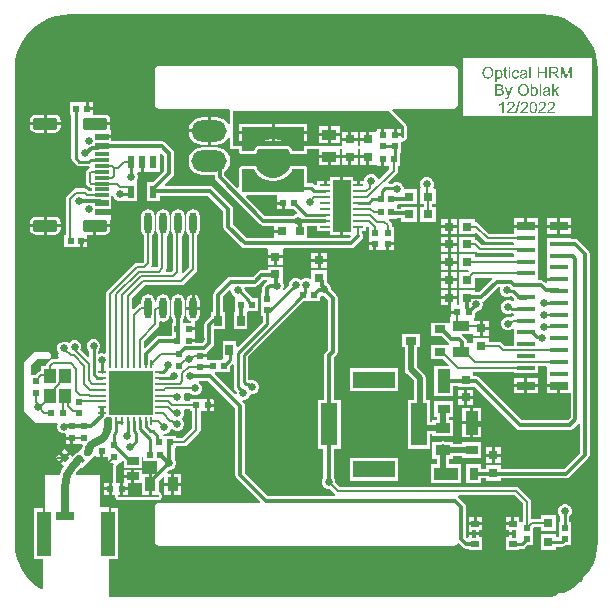
<source format=gtl>
G04*
G04 #@! TF.GenerationSoftware,Altium Limited,Altium Designer,23.0.1 (38)*
G04*
G04 Layer_Physical_Order=1*
G04 Layer_Color=255*
%FSLAX44Y44*%
%MOMM*%
G71*
G04*
G04 #@! TF.SameCoordinates,0AFBA319-1D89-4476-99D9-65EBA46B05F3*
G04*
G04*
G04 #@! TF.FilePolarity,Positive*
G04*
G01*
G75*
%ADD10C,0.2500*%
%ADD11C,0.3000*%
%ADD14C,0.1500*%
%ADD15C,0.2000*%
%ADD20R,1.5000X0.8000*%
%ADD21R,1.5000X0.4000*%
%ADD22R,0.8000X0.8000*%
%ADD23R,0.5500X0.5500*%
%ADD24R,0.5500X0.5500*%
%ADD25R,0.9500X0.6500*%
%ADD26R,0.5000X0.5000*%
%ADD27R,0.6500X0.9500*%
%ADD28R,0.5000X0.5000*%
%ADD29R,1.0000X1.2000*%
%ADD30R,0.9000X1.3000*%
%ADD31R,1.0160X0.6350*%
%ADD32P,0.7071X4X360.0*%
%ADD33R,1.1500X3.8000*%
%ADD34R,1.6500X0.7500*%
%ADD35R,0.6500X0.6000*%
%ADD36R,0.3500X0.7000*%
%ADD37R,1.1000X0.8000*%
%ADD38R,1.1000X2.0000*%
%ADD39R,1.3000X0.9000*%
%ADD40R,0.8000X1.1000*%
%ADD41R,2.0000X1.1000*%
%ADD42R,1.4000X3.6000*%
%ADD43R,3.6000X1.4000*%
%ADD44R,1.4500X0.9000*%
%ADD45R,0.8000X0.8000*%
%ADD46R,0.9000X0.2500*%
%ADD47R,1.4900X4.4000*%
%ADD48O,0.6000X1.8000*%
%ADD49R,0.6000X1.1000*%
%ADD50R,1.1500X0.6000*%
%ADD51R,1.1500X0.3000*%
G04:AMPARAMS|DCode=52|XSize=0.3556mm|YSize=0.6604mm|CornerRadius=0mm|HoleSize=0mm|Usage=FLASHONLY|Rotation=225.000|XOffset=0mm|YOffset=0mm|HoleType=Round|Shape=Rectangle|*
%AMROTATEDRECTD52*
4,1,4,-0.1078,0.3592,0.3592,-0.1078,0.1078,-0.3592,-0.3592,0.1078,-0.1078,0.3592,0.0*
%
%ADD52ROTATEDRECTD52*%

%ADD53R,3.7000X3.7000*%
%ADD54O,0.8000X0.2500*%
%ADD55O,0.2500X0.8000*%
%ADD96C,0.6367*%
%ADD97R,5.3000X0.9000*%
%ADD98C,0.3500*%
%ADD99C,0.5000*%
%ADD100O,3.0000X1.8000*%
G04:AMPARAMS|DCode=101|XSize=1mm|YSize=2.1mm|CornerRadius=0.25mm|HoleSize=0mm|Usage=FLASHONLY|Rotation=270.000|XOffset=0mm|YOffset=0mm|HoleType=Round|Shape=RoundedRectangle|*
%AMROUNDEDRECTD101*
21,1,1.0000,1.6000,0,0,270.0*
21,1,0.5000,2.1000,0,0,270.0*
1,1,0.5000,-0.8000,-0.2500*
1,1,0.5000,-0.8000,0.2500*
1,1,0.5000,0.8000,0.2500*
1,1,0.5000,0.8000,-0.2500*
%
%ADD101ROUNDEDRECTD101*%
%ADD102C,0.6500*%
%ADD103C,0.6000*%
G36*
X217132Y270611D02*
X216087Y269913D01*
X214087Y267913D01*
X213194Y266576D01*
X212881Y265000D01*
Y260790D01*
X211710D01*
Y250210D01*
Y241210D01*
X213136D01*
Y236465D01*
X191963Y215292D01*
X190790Y215778D01*
Y220040D01*
X179210D01*
Y205460D01*
X179210D01*
X178975Y204287D01*
X166210D01*
X165787Y205382D01*
Y206230D01*
X160497D01*
Y208770D01*
X165787D01*
Y210796D01*
X166588Y211330D01*
X170921Y215664D01*
X171814Y217001D01*
X172128Y218577D01*
Y229960D01*
X181290D01*
Y244540D01*
X179619D01*
Y257794D01*
X184940Y263115D01*
X186210Y262589D01*
Y261848D01*
X187092Y259720D01*
X188720Y258092D01*
X190003Y257560D01*
X189751Y256290D01*
X189710D01*
Y245710D01*
X189710D01*
X189469Y244540D01*
X188710D01*
Y229960D01*
X200290D01*
Y244540D01*
X200290D01*
X200531Y245710D01*
X209290D01*
Y256290D01*
X204627D01*
X204570Y256575D01*
X203732Y257829D01*
X203732Y257829D01*
X197790Y263771D01*
Y264152D01*
X197391Y265115D01*
X198097Y266171D01*
X206290D01*
X207866Y266484D01*
X209203Y267377D01*
X213706Y271881D01*
X216815D01*
X217132Y270611D01*
D02*
G37*
G36*
X188636Y199872D02*
Y181051D01*
X188930Y179572D01*
X189768Y178319D01*
X191000Y177086D01*
Y175621D01*
X189730Y175095D01*
X172388Y192437D01*
X172914Y193707D01*
X185790D01*
Y198822D01*
X187366Y200398D01*
X188636Y199872D01*
D02*
G37*
G36*
X151960Y160960D02*
X153391D01*
Y146495D01*
X145002Y138107D01*
X139790D01*
Y139787D01*
X129173D01*
X129114Y139940D01*
X129984Y141210D01*
X131152D01*
X133280Y142092D01*
X134909Y143720D01*
X135561Y145295D01*
X136921Y145676D01*
X136985Y145667D01*
X137734Y144918D01*
X139862Y144036D01*
X142165D01*
X144293Y144918D01*
X145922Y146546D01*
X146803Y148675D01*
Y150978D01*
X145922Y153106D01*
X144608Y154420D01*
X145908Y155720D01*
X146790Y157848D01*
Y160152D01*
X146389Y161121D01*
X147237Y162391D01*
X151960D01*
Y160960D01*
D02*
G37*
G36*
X112210Y118710D02*
X124000D01*
Y107899D01*
X119262D01*
Y98859D01*
Y89819D01*
X125000D01*
Y88000D01*
X91000D01*
Y89961D01*
X92731D01*
Y95001D01*
Y100041D01*
X89959D01*
X89000Y101000D01*
Y114000D01*
X91960Y116960D01*
X92039D01*
Y117039D01*
X94471Y119471D01*
X95380Y118584D01*
Y112635D01*
X110620D01*
Y122000D01*
X112210D01*
Y118710D01*
D02*
G37*
G36*
X263848Y258210D02*
X264965D01*
X268385Y254790D01*
Y212854D01*
X266587Y211056D01*
X265694Y209719D01*
X265381Y208143D01*
Y170040D01*
X259960D01*
Y128960D01*
X264626D01*
Y104814D01*
X264091Y104280D01*
X263210Y102152D01*
Y99848D01*
X264091Y97720D01*
X265720Y96091D01*
X267848Y95210D01*
X269686D01*
X274448Y90448D01*
X274536Y90389D01*
X274150Y89119D01*
X217706D01*
X198119Y108706D01*
Y165000D01*
X197806Y166576D01*
X196913Y167913D01*
X195885Y168940D01*
X196411Y170210D01*
X197942D01*
X200070Y171091D01*
X201698Y172720D01*
X202347Y174285D01*
X203067Y175361D01*
X205370D01*
X207498Y176243D01*
X209127Y177872D01*
X210009Y180000D01*
Y182303D01*
X209127Y184431D01*
X207498Y186060D01*
X205370Y186942D01*
X203067D01*
X202814Y186837D01*
X201867Y187470D01*
X200864Y187669D01*
Y206899D01*
X247675Y253710D01*
X261790D01*
Y257688D01*
X263024Y258551D01*
X263848Y258210D01*
D02*
G37*
G36*
X456121Y496493D02*
X462137Y495296D01*
X467945Y493324D01*
X473447Y490611D01*
X478547Y487203D01*
X483159Y483159D01*
X487203Y478547D01*
X490611Y473447D01*
X493324Y467945D01*
X495296Y462137D01*
X496493Y456121D01*
X496900Y449898D01*
Y50102D01*
X496536Y44536D01*
X496500Y44500D01*
Y43992D01*
X496493Y43879D01*
X495296Y37863D01*
X493324Y32055D01*
X490668Y26668D01*
X484500Y20500D01*
Y18370D01*
X483159Y16841D01*
X482770Y16500D01*
X481500D01*
X476285Y11285D01*
X473447Y9389D01*
X467946Y6676D01*
X467428Y6500D01*
X463500D01*
X461596Y4597D01*
X456121Y3507D01*
X449898Y3099D01*
X83000D01*
Y35459D01*
X90540D01*
Y78538D01*
X83000D01*
Y80000D01*
X75000D01*
Y107000D01*
X55441D01*
X55037Y107674D01*
X54921Y108270D01*
X57089Y110911D01*
X57316Y111063D01*
X59699Y113447D01*
X60204Y112942D01*
X65951Y118689D01*
X70786Y123524D01*
X71959Y123038D01*
Y121960D01*
X75729D01*
Y127001D01*
X78269D01*
Y121960D01*
X81959D01*
Y116960D01*
X86701D01*
X86822Y116667D01*
X87075Y115690D01*
X86607Y114991D01*
X86410Y114000D01*
Y101000D01*
X85623Y100041D01*
X85271D01*
Y95001D01*
Y89961D01*
X88410D01*
Y88000D01*
X88607Y87009D01*
X89169Y86169D01*
X90009Y85607D01*
X91000Y85410D01*
X125000D01*
X125991Y85607D01*
X126831Y86169D01*
X127393Y87009D01*
X127590Y88000D01*
Y89819D01*
X127393Y90810D01*
X126831Y91650D01*
X125991Y92212D01*
X125032Y92403D01*
Y101713D01*
X128779Y105460D01*
X129952Y104974D01*
Y100129D01*
X135722D01*
Y107899D01*
X132878D01*
X132392Y109073D01*
X134529Y111210D01*
X135152D01*
X137280Y112092D01*
X138909Y113720D01*
X139790Y115848D01*
Y118152D01*
X138909Y120280D01*
X138624Y120564D01*
Y129207D01*
X139790D01*
Y130888D01*
X146497D01*
X147879Y131163D01*
X149050Y131945D01*
X159552Y142448D01*
X160335Y143619D01*
X160609Y145000D01*
X160609Y145000D01*
Y160960D01*
X165730D01*
Y166000D01*
Y171040D01*
X151960D01*
Y169609D01*
X147237D01*
X146389Y170879D01*
X146790Y171848D01*
Y174152D01*
X146389Y175121D01*
X147237Y176391D01*
X151421D01*
X152720Y175091D01*
X154848Y174210D01*
X157152D01*
X159280Y175091D01*
X160909Y176720D01*
X161790Y178848D01*
Y181152D01*
X160909Y183280D01*
X159327Y184861D01*
X159341Y185111D01*
X159647Y186131D01*
X167044D01*
X189881Y163294D01*
Y107000D01*
X190194Y105424D01*
X191087Y104087D01*
X210902Y84273D01*
X210416Y83099D01*
X125000D01*
X123814Y82864D01*
X122808Y82192D01*
X122136Y81186D01*
X121900Y80000D01*
Y50000D01*
X122136Y48814D01*
X122808Y47808D01*
X123814Y47136D01*
X125000Y46900D01*
X375000D01*
X376186Y47136D01*
X377192Y47808D01*
X377744Y48635D01*
X378580Y48905D01*
X379192Y48983D01*
X382587Y45587D01*
X383924Y44694D01*
X385500Y44381D01*
X387460D01*
Y42960D01*
X399040D01*
Y54040D01*
X396040D01*
Y55730D01*
X387460D01*
Y54161D01*
X387221Y53964D01*
X386190Y53635D01*
X385206Y54619D01*
Y79627D01*
X384892Y81203D01*
X383999Y82539D01*
X381490Y85049D01*
X380913Y85913D01*
X378913Y87913D01*
X378601Y88121D01*
X378987Y89391D01*
X426505D01*
X433391Y82505D01*
Y66790D01*
X431710D01*
Y66790D01*
X430540Y67031D01*
Y71040D01*
X426020D01*
Y65500D01*
X424750D01*
Y64230D01*
X418960D01*
Y59960D01*
X421960D01*
Y58270D01*
X426250D01*
Y55730D01*
X421960D01*
Y54040D01*
X418960D01*
Y42960D01*
X430540D01*
Y44136D01*
X432500D01*
X433979Y44430D01*
X435232Y45268D01*
X437175Y47210D01*
X442290D01*
Y56210D01*
Y61686D01*
X442995Y62391D01*
X448460D01*
Y59460D01*
X461540D01*
Y72540D01*
X448460D01*
Y69609D01*
X441500D01*
X440609Y70340D01*
Y84000D01*
X440335Y85381D01*
X439552Y86552D01*
X430552Y95552D01*
X429381Y96335D01*
X428000Y96609D01*
X278495D01*
X274790Y100314D01*
Y102152D01*
X273909Y104280D01*
X273374Y104814D01*
Y128960D01*
X279040D01*
Y170040D01*
X273619D01*
Y206437D01*
X275417Y208235D01*
X276310Y209571D01*
X276623Y211147D01*
Y256496D01*
X276310Y258072D01*
X275417Y259408D01*
X270790Y264035D01*
Y265152D01*
X269909Y267280D01*
X268280Y268909D01*
X267617Y269183D01*
Y271000D01*
X267537Y271398D01*
Y280040D01*
X254457D01*
Y273430D01*
X253188Y272963D01*
X251192Y273790D01*
X248888D01*
X246760Y272908D01*
X245520Y271668D01*
X244280Y272908D01*
X242152Y273790D01*
X239848D01*
X237720Y272908D01*
X236091Y271280D01*
X235210Y269152D01*
Y267675D01*
X231303Y263768D01*
X230226Y264487D01*
X230790Y265848D01*
Y268152D01*
X230232Y269499D01*
X230540Y269960D01*
X230540D01*
Y283040D01*
X217460D01*
Y280119D01*
X212000D01*
X210424Y279806D01*
X209087Y278913D01*
X204584Y274409D01*
X186000D01*
X184424Y274096D01*
X183087Y273203D01*
X182503Y272329D01*
X172587Y262413D01*
X171694Y261076D01*
X171381Y259500D01*
Y244540D01*
X169710D01*
Y240863D01*
X169424Y240806D01*
X168087Y239913D01*
X165096Y236921D01*
X164203Y235585D01*
X163889Y234009D01*
Y220283D01*
X161969Y218362D01*
X156039D01*
Y219225D01*
X150999D01*
Y221765D01*
X156039D01*
Y225457D01*
Y229227D01*
X150999D01*
Y231767D01*
X156039D01*
Y235413D01*
X156039Y235537D01*
X156202Y236740D01*
X156409Y236781D01*
X158242Y238006D01*
X159466Y239838D01*
X159896Y242000D01*
Y246730D01*
X148599D01*
Y242000D01*
X149029Y239838D01*
X150253Y238006D01*
X152047Y236807D01*
X152070Y236702D01*
X151836Y235537D01*
X145393D01*
Y237906D01*
X145542Y238006D01*
X146766Y239838D01*
X147196Y242000D01*
Y254000D01*
X146766Y256162D01*
X145542Y257994D01*
X143709Y259219D01*
X141547Y259648D01*
X139386Y259219D01*
X137553Y257994D01*
X136329Y256162D01*
X135899Y254000D01*
Y242000D01*
X136329Y239838D01*
X137154Y238603D01*
Y235537D01*
X135960D01*
Y224614D01*
X125495D01*
X123919Y224300D01*
X122582Y223408D01*
X113783Y214608D01*
X112609Y215094D01*
Y219734D01*
X124700Y231824D01*
X125482Y232995D01*
X125757Y234376D01*
Y235991D01*
X127027Y236714D01*
X128847Y236352D01*
X131009Y236781D01*
X132842Y238006D01*
X134066Y239838D01*
X134496Y242000D01*
Y254000D01*
X134066Y256162D01*
X132842Y257994D01*
X131009Y259219D01*
X128847Y259648D01*
X126686Y259219D01*
X124853Y257994D01*
X123629Y256162D01*
X123199Y254000D01*
Y253093D01*
X123066Y253030D01*
X121796Y253834D01*
Y254000D01*
X121366Y256162D01*
X120142Y257994D01*
X118309Y259219D01*
X116147Y259648D01*
X113986Y259219D01*
X112153Y257994D01*
X110929Y256162D01*
X110499Y254000D01*
Y252687D01*
X110000Y251609D01*
X108619Y251335D01*
X107448Y250552D01*
X103783Y246887D01*
X102609Y247373D01*
Y256505D01*
X113495Y267391D01*
X144000D01*
X145381Y267665D01*
X146552Y268448D01*
X156552Y278448D01*
X157335Y279619D01*
X157609Y281000D01*
Y309583D01*
X158242Y310006D01*
X159466Y311838D01*
X159896Y314000D01*
Y326000D01*
X159466Y328162D01*
X158242Y329994D01*
X156409Y331218D01*
X154247Y331648D01*
X152086Y331218D01*
X150253Y329994D01*
X149029Y328162D01*
X148599Y326000D01*
Y314000D01*
X149029Y311838D01*
X150253Y310006D01*
X150391Y309914D01*
Y282495D01*
X145658Y277762D01*
X144488Y278388D01*
X144609Y279000D01*
Y309383D01*
X145542Y310006D01*
X146766Y311838D01*
X147196Y314000D01*
Y326000D01*
X146766Y328162D01*
X145542Y329994D01*
X143709Y331218D01*
X141547Y331648D01*
X139386Y331218D01*
X137553Y329994D01*
X136329Y328162D01*
X135899Y326000D01*
Y314000D01*
X136329Y311838D01*
X137391Y310249D01*
Y280495D01*
X135505Y278609D01*
X131324D01*
X130898Y279879D01*
X131506Y280790D01*
X131781Y282172D01*
Y309297D01*
X132842Y310006D01*
X134066Y311838D01*
X134496Y314000D01*
Y326000D01*
X134066Y328162D01*
X132842Y329994D01*
X131009Y331218D01*
X128847Y331648D01*
X126686Y331218D01*
X124853Y329994D01*
X123629Y328162D01*
X123199Y326000D01*
Y314000D01*
X123629Y311838D01*
X124562Y310441D01*
Y283667D01*
X123505Y282609D01*
X119409D01*
X118841Y283879D01*
X119335Y284619D01*
X119609Y286000D01*
Y309650D01*
X120142Y310006D01*
X121366Y311838D01*
X121796Y314000D01*
Y326000D01*
X121366Y328162D01*
X120142Y329994D01*
X118309Y331218D01*
X116147Y331648D01*
X113986Y331218D01*
X112153Y329994D01*
X110929Y328162D01*
X110499Y326000D01*
Y314000D01*
X110929Y311838D01*
X112153Y310006D01*
X112391Y309847D01*
Y287495D01*
X111505Y286609D01*
X106686D01*
X105305Y286335D01*
X104134Y285552D01*
X81448Y262866D01*
X80665Y261695D01*
X80391Y260313D01*
Y210237D01*
X79120Y209389D01*
X78152Y209790D01*
X75848D01*
X74880Y209389D01*
X73824Y210095D01*
Y211636D01*
X74908Y212720D01*
X75790Y214848D01*
Y217152D01*
X74908Y219280D01*
X73280Y220909D01*
X71152Y221790D01*
X68848D01*
X66720Y220909D01*
X65092Y219280D01*
X64210Y217152D01*
Y214848D01*
X65092Y212720D01*
X66096Y211716D01*
Y206853D01*
X64922Y206367D01*
X58885Y212405D01*
X59689Y214346D01*
Y216650D01*
X58807Y218778D01*
X57178Y220406D01*
X55050Y221288D01*
X52747D01*
X50619Y220406D01*
X48990Y218778D01*
X47746Y219092D01*
X46141Y219757D01*
X43837D01*
X41709Y218876D01*
X40080Y217247D01*
X39199Y215119D01*
Y212815D01*
X40080Y210687D01*
X40715Y210053D01*
X40136Y209186D01*
X39900Y208000D01*
X40136Y206814D01*
X40427Y206379D01*
X39748Y205109D01*
X35500D01*
X34119Y204835D01*
X32948Y204052D01*
X30179Y201284D01*
X29397Y200113D01*
X29214Y199191D01*
X25192D01*
Y194555D01*
X24081Y194335D01*
X22910Y193552D01*
X20898Y191541D01*
X17100D01*
Y199716D01*
X22284Y204900D01*
X31000D01*
X32186Y205136D01*
X33192Y205808D01*
X33864Y206814D01*
X34100Y208000D01*
X33864Y209186D01*
X33192Y210192D01*
X32186Y210864D01*
X31000Y211100D01*
X21000D01*
X19814Y210864D01*
X18808Y210192D01*
X11808Y203192D01*
X11136Y202186D01*
X10900Y201000D01*
Y162000D01*
X11136Y160814D01*
X11808Y159808D01*
X19808Y151808D01*
X20814Y151136D01*
X22000Y150900D01*
X38911D01*
X39617Y149845D01*
X39210Y148862D01*
Y146558D01*
X40092Y144430D01*
X41720Y142802D01*
X43848Y141920D01*
X46152D01*
X46455Y141718D01*
Y139271D01*
X51494D01*
Y138001D01*
X52765D01*
Y132961D01*
X56459D01*
Y132960D01*
X60348D01*
X60806Y132275D01*
X60940Y131690D01*
X60798Y131477D01*
X60734Y131153D01*
X60582Y130861D01*
X60169Y129431D01*
X56220Y125481D01*
X55767Y125391D01*
X53874Y124126D01*
X51938Y122191D01*
X49927Y124202D01*
X46364Y120638D01*
X42800Y117074D01*
X45285Y114588D01*
X43333Y111402D01*
X41509Y107000D01*
X27000D01*
Y78538D01*
X19460D01*
Y35459D01*
X27000D01*
Y10618D01*
X25730Y9939D01*
X21453Y12797D01*
X16841Y16841D01*
X12797Y21453D01*
X9389Y26553D01*
X6676Y32055D01*
X4704Y37863D01*
X3507Y43879D01*
X3099Y50102D01*
Y449898D01*
X3507Y456121D01*
X4704Y462137D01*
X6676Y467946D01*
X9389Y473447D01*
X12797Y478547D01*
X16841Y483159D01*
X21453Y487203D01*
X26553Y490611D01*
X32054Y493324D01*
X37863Y495296D01*
X43879Y496493D01*
X50101Y496900D01*
X449898D01*
X456121Y496493D01*
D02*
G37*
%LPC*%
G36*
X101730Y111365D02*
X95380D01*
Y106920D01*
X101730D01*
Y111365D01*
D02*
G37*
G36*
Y104380D02*
X95380D01*
Y100041D01*
X95271D01*
Y96271D01*
X99040D01*
Y99935D01*
X101730D01*
Y104380D01*
D02*
G37*
G36*
X99040Y93731D02*
X95271D01*
Y89961D01*
X99040D01*
Y93731D01*
D02*
G37*
G36*
X110620Y111365D02*
X104270D01*
Y105650D01*
Y99935D01*
X110620D01*
X110952Y98803D01*
Y89819D01*
X116722D01*
Y98859D01*
Y107899D01*
X110952D01*
X110620Y109032D01*
Y111365D01*
D02*
G37*
G36*
X69790Y422290D02*
X65770D01*
Y418270D01*
X69790D01*
Y422290D01*
D02*
G37*
G36*
X491594Y459540D02*
X382406D01*
Y410460D01*
X491594D01*
Y459540D01*
D02*
G37*
G36*
X37200Y411839D02*
X30470D01*
Y405470D01*
X42339D01*
Y406700D01*
X41948Y408666D01*
X40834Y410334D01*
X39167Y411447D01*
X37200Y411839D01*
D02*
G37*
G36*
X27930D02*
X21200D01*
X19233Y411447D01*
X17566Y410334D01*
X16452Y408666D01*
X16061Y406700D01*
Y405470D01*
X27930D01*
Y411839D01*
D02*
G37*
G36*
X375000Y453100D02*
X125000D01*
X123814Y452864D01*
X122808Y452192D01*
X122136Y451186D01*
X121900Y450000D01*
Y420000D01*
X122136Y418814D01*
X122808Y417808D01*
X123814Y417136D01*
X125000Y416900D01*
X184688D01*
X184958Y416633D01*
X185536Y415630D01*
X185410Y415000D01*
X185410Y403927D01*
X184140Y403675D01*
X184080Y403820D01*
X182230Y406230D01*
X179820Y408080D01*
X177013Y409243D01*
X174000Y409640D01*
X169270D01*
Y398000D01*
Y386360D01*
X174000D01*
X177013Y386757D01*
X179820Y387920D01*
X182230Y389770D01*
X184080Y392180D01*
X184140Y392325D01*
X185410Y392073D01*
Y385000D01*
X185607Y384009D01*
X186169Y383169D01*
X187009Y382607D01*
X188000Y382410D01*
X192910D01*
Y381003D01*
X193107Y380011D01*
X193669Y379171D01*
X194509Y378610D01*
X195500Y378413D01*
X205595D01*
X205598Y378412D01*
X205601Y378413D01*
X205636D01*
X206015Y378488D01*
X206422Y378534D01*
X206502Y378578D01*
X206592Y378595D01*
X206611Y378607D01*
X206627Y378610D01*
X206946Y378823D01*
X207307Y379022D01*
X207363Y379094D01*
X207440Y379143D01*
X207453Y379162D01*
X207467Y379171D01*
X207680Y379490D01*
X207937Y379812D01*
X208638Y381168D01*
X209525Y382410D01*
X234475D01*
X235363Y381166D01*
X236064Y379810D01*
X236312Y379500D01*
X236533Y379169D01*
X236625Y379107D01*
X236694Y379021D01*
X237042Y378828D01*
X237373Y378607D01*
X237482Y378586D01*
X237579Y378532D01*
X237974Y378488D01*
X238364Y378410D01*
X248497D01*
X249488Y378607D01*
X250329Y379169D01*
X250331Y379171D01*
X250893Y380011D01*
X251090Y381003D01*
Y382410D01*
X260462D01*
Y377272D01*
X269503D01*
X278542D01*
Y382410D01*
X280465D01*
Y377272D01*
X287005D01*
X293545D01*
Y382410D01*
X294917D01*
X295467Y382410D01*
X295467Y381479D01*
Y377272D01*
X302007D01*
Y376003D01*
X303277D01*
Y369463D01*
X308547D01*
Y369463D01*
X309720Y369227D01*
Y368708D01*
X313740D01*
Y373998D01*
X316280D01*
Y368708D01*
X320401D01*
Y365848D01*
X311963Y357411D01*
X310532Y357775D01*
X309909Y359280D01*
X308280Y360909D01*
X306152Y361790D01*
X303848D01*
X301720Y360909D01*
X300091Y359280D01*
X299210Y357152D01*
Y355790D01*
X295170D01*
Y352000D01*
X292630D01*
Y355790D01*
X289940D01*
Y359040D01*
X281220D01*
Y334500D01*
Y309960D01*
X287475D01*
X287961Y308787D01*
X286294Y307119D01*
X251040D01*
Y317881D01*
X258960D01*
Y313210D01*
X269960D01*
Y309960D01*
X278680D01*
Y334500D01*
Y359040D01*
X269960D01*
Y355790D01*
X267270D01*
Y352000D01*
X264730D01*
Y355790D01*
X258960D01*
Y352301D01*
X257690Y351775D01*
X256732Y352732D01*
X255479Y353570D01*
X254000Y353864D01*
X251090D01*
Y366003D01*
X250893Y366994D01*
X250331Y367834D01*
X249491Y368395D01*
X248500Y368592D01*
X238364D01*
X238347Y368589D01*
X238325Y368593D01*
X237954Y368513D01*
X237578Y368471D01*
X237478Y368416D01*
X237373Y368395D01*
X237359Y368386D01*
X237337Y368381D01*
X237025Y368166D01*
X236693Y367983D01*
X236622Y367893D01*
X236533Y367834D01*
X236524Y367820D01*
X236505Y367807D01*
X236299Y367489D01*
X236063Y367193D01*
X235362Y365837D01*
X233627Y363407D01*
X231509Y361391D01*
X229048Y359812D01*
X226333Y358726D01*
X223461Y358174D01*
X220537Y358174D01*
X217666Y358727D01*
X214950Y359813D01*
X212490Y361392D01*
X210372Y363408D01*
X208637Y365839D01*
X207936Y367195D01*
X207688Y367505D01*
X207467Y367836D01*
X207375Y367898D01*
X207306Y367984D01*
X206958Y368176D01*
X206627Y368398D01*
X206518Y368419D01*
X206421Y368473D01*
X206026Y368517D01*
X205636Y368595D01*
X195503D01*
X194512Y368398D01*
X193671Y367836D01*
X193669Y367834D01*
X193107Y366994D01*
X192910Y366003D01*
Y350364D01*
X191737Y349878D01*
X180808Y360806D01*
Y363278D01*
X182230Y364370D01*
X184080Y366780D01*
X185243Y369587D01*
X185640Y372600D01*
X185243Y375612D01*
X184080Y378420D01*
X182230Y380830D01*
X179820Y382680D01*
X177013Y383843D01*
X174000Y384240D01*
X162000D01*
X158987Y383843D01*
X156180Y382680D01*
X153770Y380830D01*
X151920Y378420D01*
X150757Y375612D01*
X150360Y372600D01*
X150757Y369587D01*
X151920Y366780D01*
X153770Y364370D01*
X156180Y362520D01*
X158987Y361357D01*
X162000Y360960D01*
X172570D01*
Y359100D01*
X172884Y357524D01*
X173776Y356187D01*
X210877Y319087D01*
X212213Y318194D01*
X213789Y317881D01*
X222960D01*
Y314270D01*
X229500D01*
Y311730D01*
X222960D01*
Y307119D01*
X199706D01*
X188119Y318706D01*
Y332000D01*
X187806Y333576D01*
X186913Y334913D01*
X171413Y350413D01*
X170076Y351306D01*
X168500Y351619D01*
X130604D01*
X130118Y352792D01*
X136913Y359587D01*
X137806Y360924D01*
X138119Y362500D01*
Y378115D01*
X138276Y378902D01*
X137943Y380575D01*
X136994Y381995D01*
X130896Y388093D01*
X129477Y389041D01*
X127803Y389374D01*
X85040D01*
Y391730D01*
X76750D01*
Y394270D01*
X85040D01*
Y398540D01*
X84415D01*
X83763Y399589D01*
X83763Y399810D01*
X84139Y401700D01*
Y402930D01*
X71000D01*
Y405470D01*
X84139D01*
Y406700D01*
X83748Y408666D01*
X82634Y410334D01*
X80967Y411447D01*
X79000Y411839D01*
X69790D01*
Y415730D01*
X64500D01*
Y417000D01*
X63230D01*
Y422290D01*
X50210D01*
Y411710D01*
X51136D01*
Y375000D01*
X51430Y373521D01*
X52268Y372268D01*
X55307Y369228D01*
X55308Y369228D01*
X56561Y368390D01*
X58040Y368096D01*
X58040Y368096D01*
X65916D01*
X66099Y368132D01*
X67241Y367065D01*
X67223Y366921D01*
X66790Y366835D01*
X65619Y366052D01*
X64448Y364881D01*
X63665Y363710D01*
X63391Y362328D01*
Y354672D01*
X63665Y353290D01*
X64448Y352119D01*
X65619Y350948D01*
X66790Y350165D01*
X68172Y349891D01*
X68460D01*
Y347109D01*
X66234D01*
X65001Y348342D01*
X63830Y349125D01*
X62449Y349399D01*
X55188D01*
X53806Y349125D01*
X52635Y348342D01*
X47276Y342983D01*
X46494Y341812D01*
X46219Y340431D01*
Y310290D01*
X45210D01*
Y299710D01*
X58230D01*
Y305000D01*
X59500D01*
Y306270D01*
X64790D01*
Y310161D01*
X69730D01*
Y317800D01*
X71000D01*
Y319070D01*
X84139D01*
Y320300D01*
X83763Y322190D01*
X83763Y322411D01*
X84415Y323460D01*
X85040D01*
Y327730D01*
X76750D01*
Y330270D01*
X85040D01*
Y331460D01*
Y342798D01*
X86310Y343050D01*
X87051Y341260D01*
X88680Y339632D01*
X90808Y338750D01*
X93112D01*
X94690Y339404D01*
X95960Y338692D01*
Y338460D01*
X107040D01*
Y354540D01*
X107040D01*
X106656Y355467D01*
X106909Y355720D01*
X107790Y357848D01*
Y360152D01*
X106909Y362280D01*
X106902Y362287D01*
X107388Y363460D01*
X109730D01*
Y371500D01*
X112270D01*
Y363460D01*
X126040D01*
Y378781D01*
X127310Y379307D01*
X129881Y376737D01*
Y364206D01*
X120215Y354540D01*
X114960D01*
Y338460D01*
X126040D01*
Y343381D01*
X166794D01*
X179881Y330294D01*
Y317000D01*
X180194Y315424D01*
X181087Y314087D01*
X195087Y300087D01*
X196424Y299194D01*
X198000Y298881D01*
X216538D01*
X217460Y298040D01*
X217460Y297611D01*
Y292770D01*
X224000D01*
X230540D01*
Y297611D01*
X230540Y298040D01*
X231462Y298881D01*
X288000D01*
X289576Y299194D01*
X290913Y300087D01*
X296813Y305987D01*
X297706Y307324D01*
X298019Y308900D01*
X297706Y310476D01*
X297509Y310770D01*
Y313210D01*
X300940D01*
Y317022D01*
X301722Y317379D01*
X302069Y317499D01*
X302913Y316729D01*
Y306210D01*
Y303770D01*
X308203D01*
Y302500D01*
X309473D01*
Y297210D01*
X313493D01*
Y297210D01*
X313915D01*
Y297210D01*
X317935D01*
Y302500D01*
X319205D01*
Y303770D01*
X324495D01*
Y306210D01*
Y316790D01*
X322609D01*
Y318000D01*
X322335Y319381D01*
X321552Y320552D01*
X319667Y322438D01*
X320193Y323708D01*
X327290D01*
Y324130D01*
X330460D01*
Y320960D01*
X343540D01*
Y334040D01*
X330460D01*
Y332368D01*
X327290D01*
Y334287D01*
X327290D01*
Y334611D01*
X327529Y335881D01*
X334500D01*
X334898Y335960D01*
X343540D01*
Y349040D01*
X332378D01*
Y350362D01*
X331496Y352490D01*
X329867Y354118D01*
X327739Y355000D01*
X325436D01*
X323308Y354118D01*
X322466Y353277D01*
X319697D01*
X319211Y354450D01*
X326562Y361801D01*
X327345Y362972D01*
X327619Y364353D01*
Y368708D01*
X329300D01*
Y379288D01*
X330291Y379961D01*
X330552D01*
Y388345D01*
X330636Y388532D01*
X331123Y389054D01*
X331682Y389398D01*
X332071Y389468D01*
X332464Y389504D01*
X332565Y389557D01*
X332677Y389577D01*
X333009Y389791D01*
X333359Y389975D01*
X334129Y390598D01*
X334217Y390704D01*
X334331Y390780D01*
X334538Y391089D01*
X334776Y391375D01*
X334816Y391506D01*
X334893Y391620D01*
X334965Y391985D01*
X335075Y392340D01*
X335063Y392476D01*
X335090Y392611D01*
Y402500D01*
X334893Y403491D01*
X334331Y404331D01*
X323032Y415630D01*
X323558Y416900D01*
X375000D01*
X376186Y417136D01*
X377192Y417808D01*
X377864Y418814D01*
X378100Y420000D01*
Y450000D01*
X377864Y451186D01*
X377192Y452192D01*
X376186Y452864D01*
X375000Y453100D01*
D02*
G37*
G36*
X166730Y409640D02*
X162000D01*
X158987Y409243D01*
X156180Y408080D01*
X153770Y406230D01*
X151920Y403820D01*
X150757Y401012D01*
X150528Y399270D01*
X166730D01*
Y409640D01*
D02*
G37*
G36*
X42339Y402930D02*
X30470D01*
Y396561D01*
X37200D01*
X39167Y396952D01*
X40834Y398066D01*
X41948Y399734D01*
X42339Y401700D01*
Y402930D01*
D02*
G37*
G36*
X27930D02*
X16061D01*
Y401700D01*
X16452Y399734D01*
X17566Y398066D01*
X19233Y396952D01*
X21200Y396561D01*
X27930D01*
Y402930D01*
D02*
G37*
G36*
X166730Y396730D02*
X150528D01*
X150757Y394987D01*
X151920Y392180D01*
X153770Y389770D01*
X156180Y387920D01*
X158987Y386757D01*
X162000Y386360D01*
X166730D01*
Y396730D01*
D02*
G37*
G36*
X300737Y374733D02*
X295467D01*
Y369463D01*
X300737D01*
Y374733D01*
D02*
G37*
G36*
X293545D02*
X288275D01*
Y369463D01*
X293545D01*
Y374733D01*
D02*
G37*
G36*
X285735D02*
X280465D01*
Y369463D01*
X285735D01*
Y374733D01*
D02*
G37*
G36*
X278542D02*
X270772D01*
Y368963D01*
X278542D01*
Y374733D01*
D02*
G37*
G36*
X268232D02*
X260462D01*
Y368963D01*
X268232D01*
Y374733D01*
D02*
G37*
G36*
X353152Y358790D02*
X350848D01*
X348720Y357909D01*
X347091Y356280D01*
X346210Y354152D01*
Y351848D01*
X346847Y350310D01*
X346460Y349040D01*
X346460D01*
Y335960D01*
X349391D01*
Y334040D01*
X346460D01*
Y320960D01*
X359540D01*
Y334040D01*
X356609D01*
Y335960D01*
X359540D01*
Y349040D01*
X357888D01*
X357153Y350310D01*
X357790Y351848D01*
Y354152D01*
X356908Y356280D01*
X355280Y357909D01*
X353152Y358790D01*
D02*
G37*
G36*
X37200Y325439D02*
X30470D01*
Y319070D01*
X42339D01*
Y320300D01*
X41948Y322267D01*
X40834Y323934D01*
X39167Y325048D01*
X37200Y325439D01*
D02*
G37*
G36*
X27930D02*
X21200D01*
X19233Y325048D01*
X17566Y323934D01*
X16452Y322267D01*
X16061Y320300D01*
Y319070D01*
X27930D01*
Y325439D01*
D02*
G37*
G36*
X474040Y324040D02*
X465270D01*
Y318770D01*
X474040D01*
Y324040D01*
D02*
G37*
G36*
X446040D02*
X437270D01*
Y318770D01*
X446040D01*
Y324040D01*
D02*
G37*
G36*
X462730D02*
X453960D01*
Y318770D01*
X462730D01*
Y324040D01*
D02*
G37*
G36*
X434730D02*
X425960D01*
Y318770D01*
X434730D01*
Y324040D01*
D02*
G37*
G36*
X377540Y323540D02*
X372271D01*
Y318270D01*
X377540D01*
Y323540D01*
D02*
G37*
G36*
X369730D02*
X364460D01*
Y318270D01*
X369730D01*
Y323540D01*
D02*
G37*
G36*
X474040Y316230D02*
X465270D01*
Y310960D01*
X474040D01*
Y316230D01*
D02*
G37*
G36*
X462730D02*
X453960D01*
Y310960D01*
X462730D01*
Y316230D01*
D02*
G37*
G36*
X377540Y315730D02*
X372271D01*
Y310460D01*
X377540D01*
Y315730D01*
D02*
G37*
G36*
X369730D02*
X364460D01*
Y310460D01*
X369730D01*
Y315730D01*
D02*
G37*
G36*
X84139Y316530D02*
X72270D01*
Y310161D01*
X79000D01*
X80967Y310552D01*
X82634Y311666D01*
X83748Y313333D01*
X84139Y315300D01*
Y316530D01*
D02*
G37*
G36*
X42339D02*
X30470D01*
Y310161D01*
X37200D01*
X39167Y310552D01*
X40834Y311666D01*
X41948Y313333D01*
X42339Y315300D01*
Y316530D01*
D02*
G37*
G36*
X27930D02*
X16061D01*
Y315300D01*
X16452Y313333D01*
X17566Y311666D01*
X19233Y310552D01*
X21200Y310161D01*
X27930D01*
Y316530D01*
D02*
G37*
G36*
X377540Y308540D02*
X372271D01*
Y303270D01*
X377540D01*
Y308540D01*
D02*
G37*
G36*
X369730D02*
X364460D01*
Y303270D01*
X369730D01*
Y308540D01*
D02*
G37*
G36*
X392540Y323540D02*
X379460D01*
Y310460D01*
X392540D01*
Y311696D01*
X393714Y312182D01*
X400948Y304948D01*
X402119Y304166D01*
X403500Y303891D01*
X425062D01*
X425960Y302993D01*
Y302040D01*
X425529Y301609D01*
X398495D01*
X395552Y304552D01*
X394381Y305335D01*
X393000Y305609D01*
X392540D01*
Y308540D01*
X379460D01*
Y295460D01*
X392540D01*
Y295696D01*
X393714Y296182D01*
X394448Y295448D01*
X395619Y294665D01*
X397000Y294391D01*
X425062D01*
X425960Y293493D01*
X425960Y292040D01*
X424930Y291110D01*
X392540D01*
Y293540D01*
X379460D01*
Y280460D01*
X387036D01*
X387600Y279206D01*
X387080Y278538D01*
X379460D01*
Y265457D01*
X392540D01*
Y273435D01*
X392997Y273891D01*
X407000D01*
X407527Y272621D01*
X396268Y261362D01*
X392540D01*
Y263535D01*
X379460D01*
Y250455D01*
X379342Y250324D01*
X377659D01*
X377541Y250455D01*
X377540Y250802D01*
Y255725D01*
X372271D01*
Y249741D01*
X372460Y249532D01*
X372460Y249185D01*
Y245762D01*
X377500D01*
Y243222D01*
X372460D01*
Y240264D01*
X371692D01*
Y236079D01*
X370540Y235793D01*
Y235793D01*
X355960D01*
Y224212D01*
X364715D01*
X369840Y219087D01*
X371105Y218242D01*
X371151Y217915D01*
X371062Y216922D01*
X370540Y216793D01*
Y216793D01*
X355960D01*
Y205212D01*
X365436D01*
X370835Y199813D01*
X370349Y198640D01*
X358462D01*
Y173560D01*
X374543D01*
Y181981D01*
X378465D01*
Y180963D01*
X391545D01*
Y180963D01*
X392815Y181360D01*
X428087Y146087D01*
X429424Y145194D01*
X431000Y144881D01*
X473000D01*
X474576Y145194D01*
X475913Y146087D01*
X480611Y150786D01*
X481802Y150385D01*
X481881Y150323D01*
Y125706D01*
X468291Y112117D01*
X415042D01*
Y115040D01*
X401963D01*
Y112117D01*
X398293D01*
Y116038D01*
X385213D01*
Y99958D01*
X398293D01*
Y103878D01*
X401963D01*
Y101960D01*
X415042D01*
Y103878D01*
X469997D01*
X471574Y104192D01*
X472910Y105085D01*
X488913Y121087D01*
X489806Y122424D01*
X490119Y124000D01*
Y294000D01*
X489806Y295576D01*
X488913Y296913D01*
X480412Y305413D01*
X479076Y306306D01*
X477500Y306619D01*
X474040D01*
Y307040D01*
X453960D01*
Y297960D01*
X453960D01*
Y297040D01*
X453960D01*
Y287960D01*
X453960D01*
Y287040D01*
X453960D01*
Y277960D01*
X453960D01*
Y277040D01*
X453960D01*
Y273770D01*
X464000D01*
Y271230D01*
X453960D01*
Y269661D01*
X452690Y269135D01*
X451413Y270413D01*
X450076Y271306D01*
X448500Y271619D01*
X447136D01*
X446040Y272040D01*
Y272960D01*
X446040D01*
Y282040D01*
X446040D01*
Y282960D01*
X446040D01*
Y291690D01*
X446040Y292040D01*
Y292960D01*
X446040Y293310D01*
Y301690D01*
X446040Y302040D01*
Y302960D01*
X446040Y303310D01*
Y310960D01*
Y316230D01*
X436000D01*
X425960D01*
Y311110D01*
X404995D01*
X396552Y319552D01*
X395381Y320335D01*
X394000Y320609D01*
X392540D01*
Y323540D01*
D02*
G37*
G36*
X64790Y303730D02*
X60770D01*
Y299710D01*
X64790D01*
Y303730D01*
D02*
G37*
G36*
X324495Y301230D02*
X320475D01*
Y297210D01*
X324495D01*
Y301230D01*
D02*
G37*
G36*
X306933D02*
X302913D01*
Y297210D01*
X306933D01*
Y301230D01*
D02*
G37*
G36*
X377540Y300730D02*
X372271D01*
Y295460D01*
X377540D01*
Y300730D01*
D02*
G37*
G36*
X369730D02*
X364460D01*
Y295460D01*
X369730D01*
Y300730D01*
D02*
G37*
G36*
X267537Y295040D02*
X262267D01*
Y289770D01*
X267537D01*
Y295040D01*
D02*
G37*
G36*
X259727D02*
X254457D01*
Y289770D01*
X259727D01*
Y295040D01*
D02*
G37*
G36*
X377540Y293540D02*
X372271D01*
Y288270D01*
X377540D01*
Y293540D01*
D02*
G37*
G36*
X369730D02*
X364460D01*
Y288270D01*
X369730D01*
Y293540D01*
D02*
G37*
G36*
X230540Y290230D02*
X225270D01*
Y284960D01*
X230540D01*
Y290230D01*
D02*
G37*
G36*
X222730D02*
X217460D01*
Y284960D01*
X222730D01*
Y290230D01*
D02*
G37*
G36*
X267537Y287230D02*
X262267D01*
Y281960D01*
X267537D01*
Y287230D01*
D02*
G37*
G36*
X259727D02*
X254457D01*
Y281960D01*
X259727D01*
Y287230D01*
D02*
G37*
G36*
X377540Y285730D02*
X372271D01*
Y280460D01*
X377540D01*
Y285730D01*
D02*
G37*
G36*
X369730D02*
X364460D01*
Y280460D01*
X369730D01*
Y285730D01*
D02*
G37*
G36*
X377540Y278538D02*
X372271D01*
Y273267D01*
X377540D01*
Y278538D01*
D02*
G37*
G36*
X369730D02*
X364460D01*
Y273267D01*
X369730D01*
Y278538D01*
D02*
G37*
G36*
X377540Y270728D02*
X372271D01*
Y265457D01*
X377540D01*
Y270728D01*
D02*
G37*
G36*
X369730D02*
X364460D01*
Y265457D01*
X369730D01*
Y270728D01*
D02*
G37*
G36*
X377540Y263535D02*
X372271D01*
Y258265D01*
X377540D01*
Y263535D01*
D02*
G37*
G36*
X369730D02*
X364460D01*
Y258265D01*
X369730D01*
Y263535D01*
D02*
G37*
G36*
Y255725D02*
X364460D01*
Y250455D01*
X369730D01*
Y255725D01*
D02*
G37*
G36*
X155517Y259396D02*
Y249270D01*
X159896D01*
Y254000D01*
X159466Y256162D01*
X158242Y257994D01*
X156409Y259219D01*
X155517Y259396D01*
D02*
G37*
G36*
X152977D02*
X152086Y259219D01*
X150253Y257994D01*
X149029Y256162D01*
X148599Y254000D01*
Y249270D01*
X152977D01*
Y259396D01*
D02*
G37*
G36*
X328040Y197040D02*
X286960D01*
Y177960D01*
X328040D01*
Y197040D01*
D02*
G37*
G36*
X391545Y179042D02*
X386275D01*
Y173773D01*
X391545D01*
Y179042D01*
D02*
G37*
G36*
X383735D02*
X378465D01*
Y173773D01*
X383735D01*
Y179042D01*
D02*
G37*
G36*
X172040Y171040D02*
X168270D01*
Y167270D01*
X172040D01*
Y171040D01*
D02*
G37*
G36*
X391545Y171232D02*
X386275D01*
Y165963D01*
X391545D01*
Y171232D01*
D02*
G37*
G36*
X383735D02*
X378465D01*
Y165963D01*
X383735D01*
Y171232D01*
D02*
G37*
G36*
X172040Y164730D02*
X168270D01*
Y160960D01*
X172040D01*
Y164730D01*
D02*
G37*
G36*
X398040Y163640D02*
X391270D01*
Y152370D01*
X398040D01*
Y163640D01*
D02*
G37*
G36*
X388730D02*
X381960D01*
Y152370D01*
X388730D01*
Y163640D01*
D02*
G37*
G36*
X346040Y226292D02*
X331460D01*
Y214713D01*
X333611D01*
Y196250D01*
X334002Y194284D01*
X335116Y192616D01*
X340861Y186871D01*
Y170040D01*
X335960D01*
Y128960D01*
X355040D01*
Y141361D01*
X356463D01*
Y139460D01*
X374543D01*
Y153540D01*
X371141D01*
Y156210D01*
X374543D01*
Y169290D01*
X358462D01*
Y156210D01*
X360864D01*
Y153540D01*
X356463D01*
Y151639D01*
X355040D01*
Y170040D01*
X351139D01*
Y189000D01*
X350748Y190966D01*
X349634Y192634D01*
X343889Y198379D01*
Y214713D01*
X346040D01*
Y226292D01*
D02*
G37*
G36*
X398040Y149830D02*
X391270D01*
Y138560D01*
X398040D01*
Y149830D01*
D02*
G37*
G36*
X388730D02*
X381960D01*
Y138560D01*
X388730D01*
Y149830D01*
D02*
G37*
G36*
X50224Y136731D02*
X46455D01*
Y132961D01*
X50224D01*
Y136731D01*
D02*
G37*
G36*
X415042Y130040D02*
X409772D01*
Y124770D01*
X415042D01*
Y130040D01*
D02*
G37*
G36*
X407233D02*
X401963D01*
Y124770D01*
X407233D01*
Y130040D01*
D02*
G37*
G36*
X45465Y128664D02*
X42800Y125998D01*
X45465Y123332D01*
X48131Y125998D01*
X45465Y128664D01*
D02*
G37*
G36*
X365628Y135264D02*
X363661Y134873D01*
X363163Y134540D01*
X356463D01*
Y120460D01*
X360364D01*
Y116038D01*
X355863D01*
Y99958D01*
X380942D01*
Y116038D01*
X370641D01*
Y120460D01*
X374543D01*
Y122486D01*
X381960D01*
Y121210D01*
X398040D01*
Y134290D01*
X381960D01*
Y132764D01*
X374543D01*
Y134540D01*
X368092D01*
X367594Y134873D01*
X365628Y135264D01*
D02*
G37*
G36*
X41004Y124202D02*
X38338Y121536D01*
X41004Y118870D01*
X43669Y121536D01*
X41004Y124202D01*
D02*
G37*
G36*
X415042Y122230D02*
X409772D01*
Y116960D01*
X415042D01*
Y122230D01*
D02*
G37*
G36*
X407233D02*
X401963D01*
Y116960D01*
X407233D01*
Y122230D01*
D02*
G37*
G36*
X328040Y121040D02*
X286960D01*
Y101960D01*
X328040D01*
Y121040D01*
D02*
G37*
G36*
X144032Y107899D02*
X138262D01*
Y100129D01*
X144032D01*
Y107899D01*
D02*
G37*
G36*
X82731Y100041D02*
X78960D01*
Y96271D01*
X82731D01*
Y100041D01*
D02*
G37*
G36*
Y93731D02*
X78960D01*
Y89961D01*
X82731D01*
Y93731D01*
D02*
G37*
G36*
X144032Y97589D02*
X138262D01*
Y89819D01*
X144032D01*
Y97589D01*
D02*
G37*
G36*
X135722D02*
X129952D01*
Y89819D01*
X135722D01*
Y97589D01*
D02*
G37*
G36*
X423480Y71040D02*
X418960D01*
Y66770D01*
X423480D01*
Y71040D01*
D02*
G37*
G36*
X399040D02*
X394520D01*
Y66770D01*
X399040D01*
Y71040D01*
D02*
G37*
G36*
X391980D02*
X387460D01*
Y66770D01*
X391980D01*
Y71040D01*
D02*
G37*
G36*
X399040Y64230D02*
X387460D01*
Y59960D01*
X387460D01*
Y58270D01*
X396040D01*
Y59960D01*
X399040D01*
Y64230D01*
D02*
G37*
G36*
X470152Y81790D02*
X467848D01*
X465720Y80908D01*
X464091Y79280D01*
X463210Y77152D01*
Y74848D01*
X464091Y72720D01*
X465136Y71676D01*
Y66790D01*
X463710D01*
Y53864D01*
X461540D01*
Y56540D01*
X448460D01*
Y43460D01*
X461540D01*
Y46136D01*
X466500D01*
X467979Y46430D01*
X469146Y47210D01*
X474290D01*
Y56210D01*
Y66790D01*
X472864D01*
Y71676D01*
X473909Y72720D01*
X474790Y74848D01*
Y77152D01*
X473909Y79280D01*
X472280Y80908D01*
X470152Y81790D01*
D02*
G37*
%LPD*%
G36*
X422645Y450862D02*
X421451D01*
Y452225D01*
X422645D01*
Y450862D01*
D02*
G37*
G36*
X413358Y449689D02*
X413442D01*
X413537Y449678D01*
X413632Y449657D01*
X413749Y449636D01*
X414002Y449583D01*
X414266Y449498D01*
X414541Y449382D01*
X414678Y449308D01*
X414805Y449224D01*
X414816D01*
X414837Y449203D01*
X414869Y449171D01*
X414921Y449139D01*
X415048Y449034D01*
X415196Y448886D01*
X415365Y448695D01*
X415545Y448474D01*
X415703Y448209D01*
X415851Y447914D01*
Y447903D01*
X415862Y447871D01*
X415883Y447829D01*
X415904Y447766D01*
X415936Y447692D01*
X415968Y447597D01*
X415999Y447480D01*
X416031Y447364D01*
X416063Y447227D01*
X416094Y447089D01*
X416158Y446772D01*
X416200Y446424D01*
X416211Y446054D01*
Y446043D01*
Y446001D01*
Y445948D01*
X416200Y445874D01*
Y445779D01*
X416189Y445663D01*
X416179Y445536D01*
X416158Y445399D01*
X416115Y445103D01*
X416041Y444775D01*
X415946Y444437D01*
X415820Y444099D01*
Y444089D01*
X415798Y444057D01*
X415777Y444015D01*
X415746Y443962D01*
X415703Y443888D01*
X415661Y443803D01*
X415534Y443613D01*
X415376Y443391D01*
X415175Y443169D01*
X414953Y442958D01*
X414689Y442768D01*
X414678D01*
X414657Y442747D01*
X414615Y442725D01*
X414562Y442694D01*
X414488Y442662D01*
X414414Y442620D01*
X414319Y442588D01*
X414213Y442546D01*
X413981Y442461D01*
X413717Y442387D01*
X413432Y442335D01*
X413284Y442324D01*
X413125Y442313D01*
X413019D01*
X412914Y442324D01*
X412766Y442345D01*
X412597Y442377D01*
X412417Y442419D01*
X412227Y442472D01*
X412047Y442556D01*
X412026Y442567D01*
X411973Y442599D01*
X411878Y442662D01*
X411773Y442736D01*
X411646Y442821D01*
X411519Y442937D01*
X411392Y443064D01*
X411276Y443201D01*
Y439767D01*
X410082D01*
Y449541D01*
X411170D01*
Y448621D01*
X411192Y448632D01*
X411234Y448695D01*
X411318Y448801D01*
X411424Y448917D01*
X411551Y449044D01*
X411699Y449182D01*
X411857Y449308D01*
X412037Y449425D01*
X412047D01*
X412058Y449435D01*
X412121Y449467D01*
X412227Y449509D01*
X412364Y449562D01*
X412533Y449615D01*
X412734Y449657D01*
X412967Y449689D01*
X413210Y449699D01*
X413294D01*
X413358Y449689D01*
D02*
G37*
G36*
X453499Y442472D02*
X452210D01*
Y447068D01*
X447149D01*
Y442472D01*
X445860D01*
Y452225D01*
X447149D01*
Y448220D01*
X452210D01*
Y452225D01*
X453499D01*
Y442472D01*
D02*
G37*
G36*
X427506Y449689D02*
X427601Y449678D01*
X427717Y449668D01*
X427844Y449646D01*
X427982Y449625D01*
X428277Y449551D01*
X428594Y449446D01*
X428753Y449382D01*
X428911Y449308D01*
X429059Y449213D01*
X429197Y449108D01*
X429207Y449097D01*
X429228Y449076D01*
X429271Y449044D01*
X429313Y449002D01*
X429376Y448938D01*
X429440Y448865D01*
X429514Y448780D01*
X429588Y448685D01*
X429672Y448569D01*
X429746Y448452D01*
X429831Y448315D01*
X429905Y448167D01*
X429968Y448009D01*
X430031Y447840D01*
X430095Y447649D01*
X430137Y447459D01*
X428975Y447280D01*
Y447290D01*
X428964Y447311D01*
X428954Y447343D01*
X428943Y447396D01*
X428901Y447523D01*
X428837Y447681D01*
X428753Y447850D01*
X428658Y448030D01*
X428531Y448199D01*
X428383Y448347D01*
X428362Y448368D01*
X428309Y448410D01*
X428214Y448463D01*
X428098Y448537D01*
X427950Y448600D01*
X427781Y448664D01*
X427580Y448706D01*
X427369Y448717D01*
X427284D01*
X427221Y448706D01*
X427136Y448695D01*
X427052Y448685D01*
X426840Y448632D01*
X426608Y448558D01*
X426492Y448505D01*
X426365Y448442D01*
X426249Y448368D01*
X426122Y448273D01*
X426006Y448178D01*
X425900Y448061D01*
X425889Y448051D01*
X425879Y448030D01*
X425847Y447998D01*
X425816Y447935D01*
X425773Y447871D01*
X425720Y447787D01*
X425667Y447681D01*
X425625Y447565D01*
X425572Y447427D01*
X425520Y447280D01*
X425467Y447110D01*
X425424Y446920D01*
X425393Y446720D01*
X425361Y446508D01*
X425350Y446265D01*
X425340Y446012D01*
Y446001D01*
Y445948D01*
Y445874D01*
X425350Y445779D01*
X425361Y445663D01*
X425372Y445526D01*
X425382Y445378D01*
X425403Y445219D01*
X425467Y444881D01*
X425572Y444532D01*
X425625Y444374D01*
X425699Y444215D01*
X425784Y444067D01*
X425879Y443941D01*
X425889Y443930D01*
X425900Y443909D01*
X425932Y443877D01*
X425974Y443845D01*
X426037Y443793D01*
X426101Y443740D01*
X426175Y443676D01*
X426259Y443624D01*
X426471Y443497D01*
X426714Y443402D01*
X426851Y443359D01*
X426988Y443328D01*
X427147Y443307D01*
X427305Y443296D01*
X427369D01*
X427421Y443307D01*
X427485D01*
X427548Y443317D01*
X427717Y443349D01*
X427897Y443402D01*
X428098Y443476D01*
X428288Y443581D01*
X428478Y443719D01*
X428489Y443729D01*
X428499Y443740D01*
X428552Y443803D01*
X428637Y443909D01*
X428679Y443972D01*
X428732Y444046D01*
X428785Y444141D01*
X428837Y444236D01*
X428880Y444342D01*
X428932Y444469D01*
X428975Y444596D01*
X429017Y444744D01*
X429049Y444892D01*
X429081Y445061D01*
X430253Y444902D01*
Y444892D01*
X430243Y444849D01*
X430232Y444786D01*
X430211Y444701D01*
X430179Y444596D01*
X430148Y444479D01*
X430105Y444353D01*
X430053Y444205D01*
X429926Y443909D01*
X429841Y443750D01*
X429746Y443592D01*
X429651Y443433D01*
X429535Y443275D01*
X429398Y443138D01*
X429260Y443000D01*
X429249Y442990D01*
X429228Y442968D01*
X429176Y442937D01*
X429123Y442895D01*
X429038Y442842D01*
X428954Y442778D01*
X428837Y442725D01*
X428721Y442662D01*
X428584Y442588D01*
X428436Y442535D01*
X428277Y442472D01*
X428108Y442419D01*
X427918Y442377D01*
X427728Y442345D01*
X427527Y442324D01*
X427316Y442313D01*
X427253D01*
X427178Y442324D01*
X427073D01*
X426957Y442345D01*
X426809Y442366D01*
X426650Y442387D01*
X426481Y442430D01*
X426301Y442482D01*
X426111Y442546D01*
X425921Y442620D01*
X425720Y442715D01*
X425530Y442821D01*
X425340Y442947D01*
X425160Y443085D01*
X424991Y443254D01*
X424981Y443264D01*
X424949Y443296D01*
X424907Y443349D01*
X424854Y443433D01*
X424790Y443529D01*
X424716Y443645D01*
X424632Y443793D01*
X424558Y443951D01*
X424473Y444131D01*
X424389Y444332D01*
X424315Y444553D01*
X424252Y444796D01*
X424199Y445061D01*
X424156Y445346D01*
X424125Y445652D01*
X424114Y445969D01*
Y445980D01*
Y446022D01*
Y446086D01*
X424125Y446160D01*
Y446265D01*
X424135Y446381D01*
X424146Y446508D01*
X424156Y446656D01*
X424209Y446963D01*
X424273Y447301D01*
X424357Y447649D01*
X424484Y447977D01*
Y447988D01*
X424505Y448019D01*
X424526Y448061D01*
X424558Y448114D01*
X424600Y448188D01*
X424643Y448273D01*
X424769Y448463D01*
X424928Y448664D01*
X425129Y448886D01*
X425361Y449086D01*
X425636Y449266D01*
X425646D01*
X425667Y449287D01*
X425710Y449308D01*
X425773Y449329D01*
X425847Y449372D01*
X425932Y449403D01*
X426027Y449446D01*
X426132Y449488D01*
X426259Y449520D01*
X426386Y449562D01*
X426671Y449636D01*
X426988Y449678D01*
X427316Y449699D01*
X427432D01*
X427506Y449689D01*
D02*
G37*
G36*
X474759Y442472D02*
X473512D01*
Y450640D01*
X470659Y442472D01*
X469497D01*
X466686Y450777D01*
Y442472D01*
X465439D01*
Y452225D01*
X467373D01*
X469687Y445314D01*
Y445304D01*
X469698Y445272D01*
X469719Y445219D01*
X469740Y445156D01*
X469761Y445082D01*
X469793Y444987D01*
X469867Y444775D01*
X469941Y444543D01*
X470015Y444300D01*
X470089Y444078D01*
X470120Y443972D01*
X470152Y443877D01*
Y443888D01*
X470163Y443898D01*
X470173Y443930D01*
X470184Y443972D01*
X470205Y444036D01*
X470226Y444099D01*
X470247Y444184D01*
X470279Y444268D01*
X470311Y444374D01*
X470353Y444490D01*
X470395Y444617D01*
X470437Y444765D01*
X470490Y444913D01*
X470543Y445082D01*
X470606Y445251D01*
X470670Y445441D01*
X473016Y452225D01*
X474759D01*
Y442472D01*
D02*
G37*
G36*
X460315Y452214D02*
X460431D01*
X460568Y452203D01*
X460727Y452193D01*
X461044Y452161D01*
X461371Y452108D01*
X461688Y452045D01*
X461826Y452003D01*
X461963Y451960D01*
X461974D01*
X461995Y451950D01*
X462026Y451929D01*
X462079Y451908D01*
X462206Y451844D01*
X462354Y451749D01*
X462534Y451622D01*
X462713Y451453D01*
X462893Y451263D01*
X463051Y451031D01*
Y451020D01*
X463073Y450999D01*
X463094Y450967D01*
X463115Y450914D01*
X463147Y450851D01*
X463178Y450777D01*
X463220Y450692D01*
X463263Y450597D01*
X463337Y450376D01*
X463400Y450132D01*
X463442Y449858D01*
X463464Y449562D01*
Y449551D01*
Y449520D01*
Y449456D01*
X463453Y449393D01*
X463442Y449298D01*
X463432Y449192D01*
X463411Y449076D01*
X463379Y448949D01*
X463294Y448674D01*
X463242Y448526D01*
X463178Y448378D01*
X463104Y448231D01*
X463009Y448083D01*
X462904Y447945D01*
X462787Y447808D01*
X462777Y447797D01*
X462756Y447776D01*
X462713Y447744D01*
X462660Y447692D01*
X462587Y447639D01*
X462502Y447575D01*
X462396Y447501D01*
X462270Y447427D01*
X462132Y447354D01*
X461984Y447280D01*
X461815Y447206D01*
X461625Y447132D01*
X461424Y447068D01*
X461202Y447005D01*
X460959Y446952D01*
X460706Y446910D01*
X460716D01*
X460727Y446899D01*
X460790Y446867D01*
X460885Y446815D01*
X461002Y446751D01*
X461128Y446677D01*
X461255Y446603D01*
X461382Y446508D01*
X461488Y446424D01*
X461498Y446413D01*
X461509Y446403D01*
X461540Y446371D01*
X461583Y446329D01*
X461636Y446276D01*
X461699Y446212D01*
X461836Y446064D01*
X461995Y445874D01*
X462174Y445652D01*
X462365Y445399D01*
X462555Y445124D01*
X464245Y442472D01*
X462629D01*
X461340Y444501D01*
X461329Y444511D01*
X461319Y444543D01*
X461287Y444585D01*
X461245Y444649D01*
X461202Y444723D01*
X461139Y444807D01*
X461012Y444997D01*
X460864Y445219D01*
X460716Y445441D01*
X460558Y445652D01*
X460410Y445843D01*
Y445853D01*
X460389Y445864D01*
X460346Y445916D01*
X460283Y446001D01*
X460188Y446096D01*
X460093Y446202D01*
X459977Y446307D01*
X459860Y446413D01*
X459755Y446487D01*
X459744Y446498D01*
X459702Y446519D01*
X459649Y446550D01*
X459575Y446593D01*
X459480Y446635D01*
X459385Y446677D01*
X459279Y446720D01*
X459163Y446751D01*
X459152D01*
X459121Y446762D01*
X459068Y446772D01*
X458994Y446783D01*
X458888D01*
X458761Y446794D01*
X458614Y446804D01*
X456955D01*
Y442472D01*
X455666D01*
Y452225D01*
X460199D01*
X460315Y452214D01*
D02*
G37*
G36*
X440017Y442472D02*
X438823D01*
Y452225D01*
X440017D01*
Y442472D01*
D02*
G37*
G36*
X434491Y449689D02*
X434586D01*
X434786Y449668D01*
X435019Y449646D01*
X435262Y449604D01*
X435505Y449551D01*
X435727Y449477D01*
X435737D01*
X435748Y449467D01*
X435780Y449456D01*
X435822Y449435D01*
X435917Y449393D01*
X436044Y449329D01*
X436181Y449255D01*
X436319Y449160D01*
X436445Y449055D01*
X436562Y448938D01*
X436572Y448928D01*
X436604Y448886D01*
X436657Y448812D01*
X436709Y448717D01*
X436773Y448600D01*
X436836Y448463D01*
X436900Y448304D01*
X436942Y448125D01*
Y448114D01*
X436952Y448061D01*
X436963Y447988D01*
X436974Y447871D01*
X436984Y447723D01*
X436995Y447533D01*
Y447417D01*
X437005Y447301D01*
Y447174D01*
Y447026D01*
Y445430D01*
Y445409D01*
Y445356D01*
Y445272D01*
Y445166D01*
Y445029D01*
Y444881D01*
X437016Y444712D01*
Y444543D01*
X437026Y444184D01*
Y444004D01*
X437037Y443835D01*
X437048Y443676D01*
X437058Y443539D01*
X437069Y443412D01*
X437079Y443317D01*
Y443296D01*
X437090Y443243D01*
X437111Y443159D01*
X437143Y443042D01*
X437185Y442916D01*
X437238Y442778D01*
X437301Y442620D01*
X437375Y442472D01*
X436128D01*
X436118Y442493D01*
X436097Y442535D01*
X436065Y442620D01*
X436033Y442725D01*
X435991Y442852D01*
X435949Y443000D01*
X435917Y443169D01*
X435896Y443359D01*
X435885Y443349D01*
X435864Y443338D01*
X435832Y443307D01*
X435780Y443264D01*
X435716Y443222D01*
X435653Y443159D01*
X435484Y443042D01*
X435283Y442905D01*
X435072Y442768D01*
X434839Y442651D01*
X434607Y442546D01*
X434596D01*
X434575Y442535D01*
X434543Y442525D01*
X434501Y442514D01*
X434448Y442493D01*
X434374Y442472D01*
X434216Y442430D01*
X434015Y442387D01*
X433793Y442345D01*
X433550Y442324D01*
X433286Y442313D01*
X433170D01*
X433096Y442324D01*
X433001Y442335D01*
X432884Y442345D01*
X432758Y442356D01*
X432631Y442387D01*
X432335Y442451D01*
X432039Y442546D01*
X431902Y442609D01*
X431754Y442694D01*
X431627Y442778D01*
X431500Y442873D01*
X431490Y442884D01*
X431469Y442905D01*
X431447Y442937D01*
X431405Y442979D01*
X431352Y443032D01*
X431299Y443106D01*
X431247Y443180D01*
X431194Y443275D01*
X431077Y443476D01*
X430972Y443729D01*
X430930Y443867D01*
X430909Y444015D01*
X430887Y444173D01*
X430877Y444332D01*
Y444342D01*
Y444353D01*
Y444416D01*
X430887Y444522D01*
X430909Y444649D01*
X430930Y444796D01*
X430972Y444955D01*
X431035Y445113D01*
X431109Y445283D01*
X431120Y445304D01*
X431152Y445356D01*
X431204Y445430D01*
X431278Y445536D01*
X431363Y445642D01*
X431469Y445758D01*
X431585Y445864D01*
X431722Y445969D01*
X431743Y445980D01*
X431796Y446012D01*
X431870Y446064D01*
X431976Y446117D01*
X432103Y446181D01*
X432250Y446244D01*
X432420Y446307D01*
X432589Y446360D01*
X432610D01*
X432652Y446381D01*
X432736Y446392D01*
X432853Y446424D01*
X433001Y446445D01*
X433191Y446477D01*
X433402Y446508D01*
X433656Y446540D01*
X433677D01*
X433719Y446550D01*
X433793Y446561D01*
X433888Y446572D01*
X434015Y446593D01*
X434152Y446614D01*
X434300Y446635D01*
X434469Y446656D01*
X434818Y446720D01*
X435167Y446794D01*
X435336Y446836D01*
X435505Y446878D01*
X435653Y446920D01*
X435790Y446963D01*
Y446973D01*
Y447005D01*
Y447047D01*
X435801Y447089D01*
Y447195D01*
Y447237D01*
Y447269D01*
Y447280D01*
Y447301D01*
Y447343D01*
Y447385D01*
X435780Y447512D01*
X435758Y447671D01*
X435716Y447840D01*
X435653Y448009D01*
X435568Y448167D01*
X435452Y448294D01*
X435431Y448315D01*
X435410Y448336D01*
X435368Y448357D01*
X435315Y448389D01*
X435262Y448421D01*
X435114Y448505D01*
X434924Y448579D01*
X434691Y448643D01*
X434417Y448685D01*
X434100Y448706D01*
X433962D01*
X433888Y448695D01*
X433814D01*
X433624Y448674D01*
X433423Y448632D01*
X433223Y448579D01*
X433022Y448505D01*
X432853Y448410D01*
X432831Y448400D01*
X432789Y448357D01*
X432715Y448273D01*
X432631Y448167D01*
X432536Y448030D01*
X432430Y447840D01*
X432346Y447628D01*
X432303Y447501D01*
X432261Y447364D01*
X431088Y447523D01*
Y447533D01*
X431099Y447554D01*
X431109Y447597D01*
X431120Y447649D01*
X431141Y447713D01*
X431162Y447787D01*
X431215Y447956D01*
X431289Y448146D01*
X431373Y448347D01*
X431479Y448548D01*
X431606Y448727D01*
Y448738D01*
X431627Y448748D01*
X431680Y448801D01*
X431764Y448886D01*
X431881Y448991D01*
X432029Y449108D01*
X432208Y449224D01*
X432420Y449340D01*
X432663Y449446D01*
X432673D01*
X432694Y449456D01*
X432736Y449467D01*
X432789Y449488D01*
X432853Y449509D01*
X432927Y449530D01*
X433022Y449551D01*
X433127Y449572D01*
X433233Y449594D01*
X433360Y449615D01*
X433635Y449657D01*
X433941Y449689D01*
X434269Y449699D01*
X434417D01*
X434491Y449689D01*
D02*
G37*
G36*
X422645Y442472D02*
X421451D01*
Y449541D01*
X422645D01*
Y442472D01*
D02*
G37*
G36*
X419053Y449541D02*
X420268D01*
Y448611D01*
X419053D01*
Y444469D01*
Y444458D01*
Y444448D01*
Y444384D01*
Y444300D01*
X419063Y444194D01*
Y444089D01*
X419085Y443983D01*
X419095Y443888D01*
X419116Y443814D01*
Y443803D01*
X419127Y443793D01*
X419169Y443729D01*
X419233Y443655D01*
X419317Y443581D01*
X419328D01*
X419349Y443571D01*
X419380Y443560D01*
X419423Y443539D01*
X419486Y443529D01*
X419550Y443507D01*
X419634Y443497D01*
X419814D01*
X419877Y443507D01*
X419951D01*
X420046Y443518D01*
X420152Y443529D01*
X420268Y443539D01*
X420427Y442482D01*
X420406D01*
X420342Y442461D01*
X420247Y442451D01*
X420120Y442430D01*
X419983Y442408D01*
X419835Y442398D01*
X419518Y442377D01*
X419412D01*
X419296Y442387D01*
X419148Y442398D01*
X418979Y442430D01*
X418810Y442461D01*
X418651Y442514D01*
X418503Y442578D01*
X418493Y442588D01*
X418451Y442620D01*
X418387Y442662D01*
X418303Y442725D01*
X418218Y442799D01*
X418134Y442895D01*
X418060Y443000D01*
X417996Y443116D01*
X417986Y443138D01*
X417975Y443190D01*
X417965Y443233D01*
X417954Y443285D01*
X417943Y443349D01*
X417933Y443423D01*
X417912Y443507D01*
X417901Y443613D01*
X417891Y443729D01*
X417880Y443856D01*
X417869Y444004D01*
Y444162D01*
X417859Y444342D01*
Y444532D01*
Y448611D01*
X416971D01*
Y449541D01*
X417859D01*
Y451284D01*
X419053Y452003D01*
Y449541D01*
D02*
G37*
G36*
X404133Y452383D02*
X404260Y452373D01*
X404397Y452362D01*
X404545Y452341D01*
X404714Y452309D01*
X404905Y452277D01*
X405095Y452235D01*
X405295Y452182D01*
X405507Y452119D01*
X405718Y452045D01*
X405929Y451960D01*
X406130Y451865D01*
X406342Y451749D01*
X406352Y451739D01*
X406394Y451717D01*
X406447Y451686D01*
X406521Y451633D01*
X406616Y451570D01*
X406711Y451485D01*
X406828Y451390D01*
X406954Y451284D01*
X407092Y451157D01*
X407229Y451020D01*
X407366Y450872D01*
X407504Y450714D01*
X407631Y450545D01*
X407768Y450354D01*
X407884Y450154D01*
X408000Y449942D01*
X408011Y449932D01*
X408022Y449889D01*
X408053Y449826D01*
X408085Y449742D01*
X408138Y449636D01*
X408180Y449498D01*
X408233Y449351D01*
X408286Y449182D01*
X408339Y449002D01*
X408391Y448801D01*
X408444Y448579D01*
X408487Y448357D01*
X408518Y448114D01*
X408550Y447861D01*
X408560Y447607D01*
X408571Y447332D01*
Y447311D01*
Y447269D01*
Y447184D01*
X408560Y447079D01*
X408550Y446952D01*
X408539Y446804D01*
X408518Y446635D01*
X408497Y446445D01*
X408465Y446244D01*
X408423Y446033D01*
X408381Y445811D01*
X408317Y445589D01*
X408243Y445356D01*
X408170Y445135D01*
X408074Y444902D01*
X407969Y444680D01*
X407958Y444670D01*
X407937Y444627D01*
X407905Y444564D01*
X407863Y444490D01*
X407800Y444395D01*
X407726Y444279D01*
X407631Y444152D01*
X407536Y444015D01*
X407419Y443877D01*
X407293Y443729D01*
X407145Y443581D01*
X406997Y443433D01*
X406838Y443296D01*
X406659Y443159D01*
X406468Y443021D01*
X406268Y442905D01*
X406257Y442895D01*
X406215Y442884D01*
X406162Y442852D01*
X406077Y442810D01*
X405972Y442768D01*
X405855Y442715D01*
X405718Y442662D01*
X405560Y442609D01*
X405391Y442556D01*
X405211Y442504D01*
X405010Y442451D01*
X404809Y442408D01*
X404366Y442335D01*
X404133Y442324D01*
X403901Y442313D01*
X403763D01*
X403668Y442324D01*
X403552Y442335D01*
X403404Y442345D01*
X403256Y442366D01*
X403077Y442398D01*
X402897Y442430D01*
X402696Y442472D01*
X402495Y442525D01*
X402284Y442588D01*
X402073Y442662D01*
X401861Y442757D01*
X401650Y442852D01*
X401439Y442968D01*
X401428Y442979D01*
X401396Y443000D01*
X401333Y443042D01*
X401259Y443095D01*
X401175Y443159D01*
X401069Y443243D01*
X400953Y443338D01*
X400826Y443444D01*
X400689Y443571D01*
X400562Y443708D01*
X400424Y443856D01*
X400287Y444015D01*
X400150Y444194D01*
X400023Y444374D01*
X399907Y444575D01*
X399790Y444786D01*
X399780Y444796D01*
X399769Y444839D01*
X399738Y444902D01*
X399706Y444987D01*
X399664Y445092D01*
X399621Y445219D01*
X399568Y445356D01*
X399516Y445526D01*
X399463Y445695D01*
X399410Y445885D01*
X399368Y446086D01*
X399325Y446297D01*
X399262Y446741D01*
X399252Y446984D01*
X399241Y447216D01*
Y447227D01*
Y447248D01*
Y447280D01*
Y447322D01*
X399252Y447385D01*
Y447449D01*
X399262Y447618D01*
X399283Y447818D01*
X399315Y448061D01*
X399347Y448315D01*
X399399Y448600D01*
X399473Y448907D01*
X399558Y449213D01*
X399664Y449530D01*
X399790Y449847D01*
X399938Y450164D01*
X400107Y450460D01*
X400308Y450756D01*
X400541Y451020D01*
X400551Y451031D01*
X400604Y451083D01*
X400678Y451147D01*
X400773Y451231D01*
X400910Y451337D01*
X401058Y451453D01*
X401238Y451580D01*
X401449Y451707D01*
X401682Y451834D01*
X401935Y451960D01*
X402210Y452077D01*
X402517Y452182D01*
X402834Y452267D01*
X403172Y452330D01*
X403531Y452383D01*
X403911Y452394D01*
X404038D01*
X404133Y452383D01*
D02*
G37*
G36*
X421985Y427778D02*
Y427768D01*
X421964Y427725D01*
X421943Y427673D01*
X421911Y427588D01*
X421880Y427493D01*
X421837Y427387D01*
X421784Y427271D01*
X421742Y427144D01*
X421626Y426880D01*
X421520Y426616D01*
X421457Y426489D01*
X421404Y426373D01*
X421362Y426267D01*
X421309Y426183D01*
Y426172D01*
X421298Y426161D01*
X421277Y426130D01*
X421256Y426088D01*
X421182Y425982D01*
X421098Y425855D01*
X420992Y425707D01*
X420865Y425570D01*
X420728Y425432D01*
X420580Y425316D01*
X420559Y425306D01*
X420506Y425274D01*
X420421Y425221D01*
X420305Y425179D01*
X420157Y425126D01*
X419988Y425073D01*
X419809Y425042D01*
X419597Y425031D01*
X419534D01*
X419460Y425042D01*
X419375Y425052D01*
X419259Y425063D01*
X419122Y425094D01*
X418984Y425126D01*
X418826Y425179D01*
X418688Y426299D01*
X418710D01*
X418752Y426278D01*
X418826Y426267D01*
X418921Y426246D01*
X419026Y426225D01*
X419143Y426204D01*
X419259Y426193D01*
X419365Y426183D01*
X419428D01*
X419502Y426193D01*
X419597Y426204D01*
X419692Y426214D01*
X419798Y426246D01*
X419904Y426278D01*
X419999Y426320D01*
X420009Y426331D01*
X420041Y426341D01*
X420083Y426373D01*
X420136Y426415D01*
X420199Y426468D01*
X420273Y426531D01*
X420400Y426690D01*
X420411Y426700D01*
X420421Y426732D01*
X420453Y426785D01*
X420485Y426870D01*
X420537Y426986D01*
X420601Y427144D01*
X420633Y427239D01*
X420675Y427345D01*
X420717Y427461D01*
X420759Y427588D01*
X420770Y427609D01*
X420791Y427662D01*
X420823Y427757D01*
X420876Y427884D01*
X418202Y434963D01*
X419470D01*
X420939Y430864D01*
Y430853D01*
X420950Y430832D01*
X420971Y430790D01*
X420992Y430726D01*
X421013Y430652D01*
X421045Y430568D01*
X421076Y430473D01*
X421119Y430367D01*
X421193Y430124D01*
X421288Y429839D01*
X421372Y429543D01*
X421457Y429226D01*
Y429236D01*
X421467Y429268D01*
X421478Y429310D01*
X421499Y429363D01*
X421510Y429437D01*
X421541Y429532D01*
X421562Y429627D01*
X421594Y429733D01*
X421668Y429976D01*
X421753Y430251D01*
X421848Y430536D01*
X421953Y430832D01*
X423475Y434963D01*
X424669D01*
X421985Y427778D01*
D02*
G37*
G36*
X459443Y432079D02*
X462285Y434963D01*
X463839D01*
X461134Y432332D01*
X464113Y427894D01*
X462634D01*
X460288Y431508D01*
X459443Y430684D01*
Y427894D01*
X458249D01*
Y437647D01*
X459443D01*
Y432079D01*
D02*
G37*
G36*
X453885Y435111D02*
X453980D01*
X454181Y435090D01*
X454413Y435069D01*
X454656Y435027D01*
X454899Y434974D01*
X455121Y434900D01*
X455132D01*
X455143Y434889D01*
X455174Y434879D01*
X455216Y434858D01*
X455312Y434815D01*
X455438Y434752D01*
X455576Y434678D01*
X455713Y434583D01*
X455840Y434477D01*
X455956Y434361D01*
X455967Y434351D01*
X455998Y434308D01*
X456051Y434234D01*
X456104Y434139D01*
X456167Y434023D01*
X456231Y433886D01*
X456294Y433727D01*
X456337Y433547D01*
Y433537D01*
X456347Y433484D01*
X456358Y433410D01*
X456368Y433294D01*
X456379Y433146D01*
X456389Y432956D01*
Y432840D01*
X456400Y432723D01*
Y432597D01*
Y432449D01*
Y430853D01*
Y430832D01*
Y430779D01*
Y430695D01*
Y430589D01*
Y430452D01*
Y430304D01*
X456410Y430135D01*
Y429965D01*
X456421Y429606D01*
Y429426D01*
X456432Y429258D01*
X456442Y429099D01*
X456453Y428962D01*
X456463Y428835D01*
X456474Y428740D01*
Y428719D01*
X456484Y428666D01*
X456506Y428581D01*
X456537Y428465D01*
X456580Y428338D01*
X456632Y428201D01*
X456696Y428042D01*
X456770Y427894D01*
X455523D01*
X455512Y427916D01*
X455491Y427958D01*
X455460Y428042D01*
X455428Y428148D01*
X455386Y428275D01*
X455343Y428423D01*
X455312Y428592D01*
X455290Y428782D01*
X455280Y428771D01*
X455259Y428761D01*
X455227Y428729D01*
X455174Y428687D01*
X455111Y428645D01*
X455047Y428581D01*
X454878Y428465D01*
X454678Y428328D01*
X454466Y428190D01*
X454234Y428074D01*
X454001Y427968D01*
X453991D01*
X453970Y427958D01*
X453938Y427947D01*
X453896Y427937D01*
X453843Y427916D01*
X453769Y427894D01*
X453610Y427852D01*
X453410Y427810D01*
X453188Y427768D01*
X452945Y427747D01*
X452681Y427736D01*
X452564D01*
X452490Y427747D01*
X452395Y427757D01*
X452279Y427768D01*
X452152Y427778D01*
X452025Y427810D01*
X451730Y427873D01*
X451434Y427968D01*
X451296Y428032D01*
X451148Y428116D01*
X451022Y428201D01*
X450895Y428296D01*
X450884Y428307D01*
X450863Y428328D01*
X450842Y428359D01*
X450800Y428402D01*
X450747Y428454D01*
X450694Y428528D01*
X450641Y428602D01*
X450588Y428698D01*
X450472Y428898D01*
X450367Y429152D01*
X450324Y429289D01*
X450303Y429437D01*
X450282Y429596D01*
X450271Y429754D01*
Y429765D01*
Y429775D01*
Y429839D01*
X450282Y429944D01*
X450303Y430071D01*
X450324Y430219D01*
X450367Y430378D01*
X450430Y430536D01*
X450504Y430705D01*
X450514Y430726D01*
X450546Y430779D01*
X450599Y430853D01*
X450673Y430959D01*
X450757Y431064D01*
X450863Y431181D01*
X450979Y431286D01*
X451117Y431392D01*
X451138Y431403D01*
X451191Y431434D01*
X451265Y431487D01*
X451370Y431540D01*
X451497Y431603D01*
X451645Y431667D01*
X451814Y431730D01*
X451983Y431783D01*
X452004D01*
X452047Y431804D01*
X452131Y431815D01*
X452247Y431846D01*
X452395Y431867D01*
X452585Y431899D01*
X452797Y431931D01*
X453050Y431963D01*
X453072D01*
X453114Y431973D01*
X453188Y431984D01*
X453283Y431994D01*
X453410Y432015D01*
X453547Y432036D01*
X453695Y432058D01*
X453864Y432079D01*
X454213Y432142D01*
X454561Y432216D01*
X454730Y432258D01*
X454899Y432301D01*
X455047Y432343D01*
X455185Y432385D01*
Y432396D01*
Y432427D01*
Y432470D01*
X455195Y432512D01*
Y432618D01*
Y432660D01*
Y432692D01*
Y432702D01*
Y432723D01*
Y432766D01*
Y432808D01*
X455174Y432935D01*
X455153Y433093D01*
X455111Y433262D01*
X455047Y433431D01*
X454963Y433590D01*
X454847Y433717D01*
X454826Y433738D01*
X454804Y433759D01*
X454762Y433780D01*
X454709Y433812D01*
X454656Y433843D01*
X454509Y433928D01*
X454318Y434002D01*
X454086Y434065D01*
X453811Y434108D01*
X453494Y434129D01*
X453357D01*
X453283Y434118D01*
X453209D01*
X453019Y434097D01*
X452818Y434055D01*
X452617Y434002D01*
X452416Y433928D01*
X452247Y433833D01*
X452226Y433822D01*
X452184Y433780D01*
X452110Y433695D01*
X452025Y433590D01*
X451930Y433452D01*
X451825Y433262D01*
X451740Y433051D01*
X451698Y432924D01*
X451656Y432787D01*
X450483Y432945D01*
Y432956D01*
X450493Y432977D01*
X450504Y433019D01*
X450514Y433072D01*
X450536Y433135D01*
X450557Y433209D01*
X450610Y433378D01*
X450684Y433569D01*
X450768Y433769D01*
X450874Y433970D01*
X451001Y434150D01*
Y434160D01*
X451022Y434171D01*
X451074Y434224D01*
X451159Y434308D01*
X451275Y434414D01*
X451423Y434530D01*
X451603Y434646D01*
X451814Y434763D01*
X452057Y434868D01*
X452068D01*
X452089Y434879D01*
X452131Y434889D01*
X452184Y434911D01*
X452247Y434932D01*
X452321Y434953D01*
X452416Y434974D01*
X452522Y434995D01*
X452628Y435016D01*
X452755Y435037D01*
X453029Y435080D01*
X453336Y435111D01*
X453663Y435122D01*
X453811D01*
X453885Y435111D01*
D02*
G37*
G36*
X448813Y427894D02*
X447619D01*
Y437647D01*
X448813D01*
Y427894D01*
D02*
G37*
G36*
X413817Y437637D02*
X413933D01*
X414050Y437626D01*
X414187Y437605D01*
X414462Y437573D01*
X414768Y437520D01*
X415054Y437446D01*
X415328Y437341D01*
X415339D01*
X415360Y437330D01*
X415392Y437309D01*
X415444Y437288D01*
X415561Y437214D01*
X415719Y437119D01*
X415888Y436992D01*
X416057Y436834D01*
X416226Y436643D01*
X416385Y436432D01*
Y436422D01*
X416406Y436400D01*
X416417Y436369D01*
X416448Y436326D01*
X416480Y436274D01*
X416512Y436200D01*
X416586Y436041D01*
X416649Y435851D01*
X416712Y435629D01*
X416755Y435397D01*
X416776Y435143D01*
Y435132D01*
Y435111D01*
Y435080D01*
Y435037D01*
X416755Y434921D01*
X416734Y434763D01*
X416691Y434583D01*
X416628Y434382D01*
X416543Y434181D01*
X416427Y433970D01*
Y433960D01*
X416417Y433949D01*
X416395Y433917D01*
X416364Y433875D01*
X416290Y433780D01*
X416174Y433653D01*
X416036Y433516D01*
X415857Y433368D01*
X415656Y433220D01*
X415413Y433083D01*
X415423D01*
X415455Y433072D01*
X415497Y433051D01*
X415561Y433030D01*
X415635Y432998D01*
X415719Y432966D01*
X415910Y432871D01*
X416131Y432755D01*
X416353Y432597D01*
X416575Y432417D01*
X416765Y432195D01*
X416776Y432184D01*
X416786Y432163D01*
X416808Y432132D01*
X416839Y432089D01*
X416882Y432026D01*
X416924Y431952D01*
X416966Y431867D01*
X417008Y431772D01*
X417093Y431561D01*
X417177Y431307D01*
X417230Y431022D01*
X417251Y430874D01*
Y430716D01*
Y430705D01*
Y430684D01*
Y430652D01*
Y430599D01*
X417241Y430536D01*
Y430473D01*
X417220Y430304D01*
X417177Y430103D01*
X417125Y429892D01*
X417051Y429659D01*
X416955Y429437D01*
Y429426D01*
X416945Y429416D01*
X416924Y429384D01*
X416903Y429342D01*
X416839Y429236D01*
X416755Y429110D01*
X416660Y428962D01*
X416533Y428814D01*
X416395Y428666D01*
X416237Y428528D01*
X416216Y428518D01*
X416163Y428476D01*
X416068Y428423D01*
X415941Y428349D01*
X415793Y428275D01*
X415614Y428190D01*
X415402Y428116D01*
X415170Y428053D01*
X415159D01*
X415138Y428042D01*
X415106D01*
X415054Y428032D01*
X414990Y428021D01*
X414916Y428000D01*
X414832Y427990D01*
X414737Y427979D01*
X414631Y427958D01*
X414504Y427947D01*
X414240Y427916D01*
X413933Y427905D01*
X413595Y427894D01*
X409887D01*
Y437647D01*
X413722D01*
X413817Y437637D01*
D02*
G37*
G36*
X441258Y434171D02*
X441269Y434181D01*
X441290Y434213D01*
X441332Y434255D01*
X441396Y434319D01*
X441470Y434393D01*
X441554Y434477D01*
X441660Y434562D01*
X441787Y434646D01*
X441913Y434731D01*
X442061Y434826D01*
X442220Y434900D01*
X442389Y434974D01*
X442579Y435037D01*
X442769Y435080D01*
X442981Y435111D01*
X443192Y435122D01*
X443308D01*
X443361Y435111D01*
X443435D01*
X443593Y435090D01*
X443784Y435058D01*
X443995Y435006D01*
X444206Y434942D01*
X444428Y434858D01*
X444439D01*
X444449Y434847D01*
X444481Y434826D01*
X444523Y434805D01*
X444629Y434752D01*
X444766Y434668D01*
X444914Y434562D01*
X445073Y434435D01*
X445231Y434287D01*
X445379Y434118D01*
X445400Y434097D01*
X445443Y434034D01*
X445506Y433928D01*
X445601Y433801D01*
X445696Y433632D01*
X445791Y433431D01*
X445886Y433209D01*
X445971Y432966D01*
Y432956D01*
X445981Y432935D01*
X445992Y432903D01*
X446003Y432850D01*
X446024Y432787D01*
X446045Y432713D01*
X446066Y432628D01*
X446087Y432533D01*
X446119Y432322D01*
X446161Y432079D01*
X446182Y431815D01*
X446193Y431529D01*
Y431508D01*
Y431445D01*
X446182Y431360D01*
Y431233D01*
X446161Y431075D01*
X446140Y430906D01*
X446119Y430705D01*
X446077Y430494D01*
X446034Y430272D01*
X445971Y430050D01*
X445897Y429807D01*
X445812Y429575D01*
X445707Y429342D01*
X445580Y429120D01*
X445443Y428919D01*
X445284Y428719D01*
X445274Y428708D01*
X445242Y428676D01*
X445189Y428624D01*
X445126Y428571D01*
X445041Y428486D01*
X444935Y428412D01*
X444809Y428317D01*
X444682Y428232D01*
X444523Y428137D01*
X444365Y428042D01*
X444185Y427968D01*
X443995Y427894D01*
X443794Y427831D01*
X443583Y427778D01*
X443361Y427747D01*
X443129Y427736D01*
X443076D01*
X443012Y427747D01*
X442928Y427757D01*
X442822Y427768D01*
X442695Y427789D01*
X442558Y427821D01*
X442421Y427863D01*
X442262Y427916D01*
X442104Y427990D01*
X441945Y428074D01*
X441776Y428169D01*
X441618Y428296D01*
X441459Y428433D01*
X441311Y428592D01*
X441174Y428771D01*
Y427894D01*
X440064D01*
Y437647D01*
X441258D01*
Y434171D01*
D02*
G37*
G36*
X434126Y437806D02*
X434253Y437795D01*
X434390Y437785D01*
X434538Y437763D01*
X434707Y437732D01*
X434897Y437700D01*
X435088Y437658D01*
X435288Y437605D01*
X435500Y437542D01*
X435711Y437468D01*
X435922Y437383D01*
X436123Y437288D01*
X436334Y437172D01*
X436345Y437161D01*
X436387Y437140D01*
X436440Y437108D01*
X436514Y437056D01*
X436609Y436992D01*
X436704Y436908D01*
X436820Y436813D01*
X436947Y436707D01*
X437085Y436580D01*
X437222Y436443D01*
X437359Y436295D01*
X437497Y436136D01*
X437623Y435967D01*
X437761Y435777D01*
X437877Y435576D01*
X437993Y435365D01*
X438004Y435354D01*
X438014Y435312D01*
X438046Y435249D01*
X438078Y435164D01*
X438131Y435058D01*
X438173Y434921D01*
X438226Y434773D01*
X438279Y434604D01*
X438331Y434425D01*
X438384Y434224D01*
X438437Y434002D01*
X438479Y433780D01*
X438511Y433537D01*
X438543Y433283D01*
X438553Y433030D01*
X438564Y432755D01*
Y432734D01*
Y432692D01*
Y432607D01*
X438553Y432501D01*
X438543Y432375D01*
X438532Y432227D01*
X438511Y432058D01*
X438490Y431867D01*
X438458Y431667D01*
X438416Y431455D01*
X438374Y431233D01*
X438310Y431012D01*
X438236Y430779D01*
X438162Y430557D01*
X438067Y430325D01*
X437962Y430103D01*
X437951Y430092D01*
X437930Y430050D01*
X437898Y429987D01*
X437856Y429913D01*
X437793Y429818D01*
X437719Y429701D01*
X437623Y429575D01*
X437528Y429437D01*
X437412Y429300D01*
X437285Y429152D01*
X437137Y429004D01*
X436989Y428856D01*
X436831Y428719D01*
X436651Y428581D01*
X436461Y428444D01*
X436260Y428328D01*
X436250Y428317D01*
X436208Y428307D01*
X436155Y428275D01*
X436070Y428232D01*
X435965Y428190D01*
X435848Y428137D01*
X435711Y428085D01*
X435552Y428032D01*
X435383Y427979D01*
X435204Y427926D01*
X435003Y427873D01*
X434802Y427831D01*
X434358Y427757D01*
X434126Y427747D01*
X433894Y427736D01*
X433756D01*
X433661Y427747D01*
X433545Y427757D01*
X433397Y427768D01*
X433249Y427789D01*
X433069Y427821D01*
X432890Y427852D01*
X432689Y427894D01*
X432488Y427947D01*
X432277Y428011D01*
X432066Y428085D01*
X431854Y428180D01*
X431643Y428275D01*
X431432Y428391D01*
X431421Y428402D01*
X431389Y428423D01*
X431326Y428465D01*
X431252Y428518D01*
X431167Y428581D01*
X431062Y428666D01*
X430945Y428761D01*
X430819Y428867D01*
X430681Y428993D01*
X430555Y429131D01*
X430417Y429279D01*
X430280Y429437D01*
X430142Y429617D01*
X430016Y429796D01*
X429899Y429997D01*
X429783Y430209D01*
X429773Y430219D01*
X429762Y430261D01*
X429730Y430325D01*
X429699Y430409D01*
X429656Y430515D01*
X429614Y430642D01*
X429561Y430779D01*
X429508Y430948D01*
X429456Y431117D01*
X429403Y431307D01*
X429361Y431508D01*
X429318Y431720D01*
X429255Y432163D01*
X429244Y432406D01*
X429234Y432639D01*
Y432649D01*
Y432670D01*
Y432702D01*
Y432744D01*
X429244Y432808D01*
Y432871D01*
X429255Y433040D01*
X429276Y433241D01*
X429308Y433484D01*
X429339Y433738D01*
X429392Y434023D01*
X429466Y434329D01*
X429551Y434636D01*
X429656Y434953D01*
X429783Y435270D01*
X429931Y435587D01*
X430100Y435883D01*
X430301Y436179D01*
X430533Y436443D01*
X430544Y436453D01*
X430597Y436506D01*
X430671Y436569D01*
X430766Y436654D01*
X430903Y436760D01*
X431051Y436876D01*
X431231Y437003D01*
X431442Y437130D01*
X431674Y437256D01*
X431928Y437383D01*
X432203Y437499D01*
X432509Y437605D01*
X432826Y437690D01*
X433164Y437753D01*
X433524Y437806D01*
X433904Y437816D01*
X434031D01*
X434126Y437806D01*
D02*
G37*
G36*
X457689Y422943D02*
X457805Y422932D01*
X457943Y422911D01*
X458101Y422890D01*
X458260Y422859D01*
X458439Y422816D01*
X458619Y422763D01*
X458809Y422700D01*
X458989Y422626D01*
X459179Y422531D01*
X459358Y422425D01*
X459528Y422309D01*
X459686Y422172D01*
X459697Y422161D01*
X459718Y422140D01*
X459760Y422087D01*
X459813Y422034D01*
X459876Y421960D01*
X459950Y421865D01*
X460024Y421760D01*
X460098Y421633D01*
X460172Y421506D01*
X460246Y421358D01*
X460320Y421199D01*
X460383Y421031D01*
X460436Y420840D01*
X460479Y420650D01*
X460500Y420449D01*
X460510Y420238D01*
Y420227D01*
Y420217D01*
Y420185D01*
Y420143D01*
X460500Y420027D01*
X460479Y419879D01*
X460447Y419699D01*
X460405Y419509D01*
X460352Y419298D01*
X460267Y419086D01*
Y419076D01*
X460257Y419065D01*
X460246Y419033D01*
X460225Y418991D01*
X460162Y418875D01*
X460077Y418727D01*
X459961Y418547D01*
X459823Y418347D01*
X459665Y418135D01*
X459464Y417903D01*
X459454Y417892D01*
X459443Y417871D01*
X459401Y417839D01*
X459358Y417787D01*
X459295Y417723D01*
X459221Y417649D01*
X459137Y417554D01*
X459031Y417459D01*
X458904Y417343D01*
X458767Y417216D01*
X458619Y417068D01*
X458450Y416920D01*
X458270Y416751D01*
X458069Y416582D01*
X457848Y416392D01*
X457615Y416191D01*
X457604Y416180D01*
X457573Y416149D01*
X457509Y416106D01*
X457446Y416043D01*
X457351Y415969D01*
X457256Y415885D01*
X457034Y415694D01*
X456801Y415494D01*
X456580Y415282D01*
X456474Y415187D01*
X456379Y415103D01*
X456294Y415018D01*
X456231Y414955D01*
X456220Y414944D01*
X456178Y414902D01*
X456125Y414839D01*
X456051Y414754D01*
X455967Y414659D01*
X455882Y414553D01*
X455713Y414321D01*
X460521D01*
Y413169D01*
X454065D01*
Y413190D01*
Y413243D01*
Y413328D01*
X454075Y413433D01*
X454086Y413560D01*
X454118Y413697D01*
X454149Y413845D01*
X454202Y413993D01*
Y414004D01*
X454213Y414025D01*
X454223Y414057D01*
X454244Y414109D01*
X454276Y414162D01*
X454308Y414236D01*
X454392Y414405D01*
X454498Y414606D01*
X454635Y414828D01*
X454794Y415061D01*
X454984Y415293D01*
X454995Y415303D01*
X455005Y415325D01*
X455037Y415356D01*
X455090Y415409D01*
X455143Y415462D01*
X455216Y415536D01*
X455290Y415620D01*
X455386Y415716D01*
X455491Y415821D01*
X455607Y415927D01*
X455734Y416054D01*
X455882Y416180D01*
X456030Y416318D01*
X456199Y416455D01*
X456368Y416603D01*
X456558Y416762D01*
X456580Y416772D01*
X456632Y416825D01*
X456706Y416888D01*
X456812Y416983D01*
X456939Y417089D01*
X457087Y417216D01*
X457256Y417353D01*
X457425Y417512D01*
X457784Y417839D01*
X458133Y418188D01*
X458302Y418357D01*
X458460Y418526D01*
X458598Y418685D01*
X458714Y418833D01*
X458725Y418843D01*
X458735Y418864D01*
X458767Y418907D01*
X458798Y418960D01*
X458851Y419033D01*
X458894Y419107D01*
X458999Y419298D01*
X459105Y419520D01*
X459200Y419762D01*
X459263Y420016D01*
X459274Y420143D01*
X459285Y420270D01*
Y420280D01*
Y420301D01*
Y420344D01*
X459274Y420386D01*
Y420449D01*
X459253Y420523D01*
X459221Y420682D01*
X459158Y420872D01*
X459063Y421073D01*
X459010Y421178D01*
X458936Y421273D01*
X458862Y421369D01*
X458767Y421464D01*
X458756Y421474D01*
X458746Y421485D01*
X458714Y421506D01*
X458672Y421538D01*
X458619Y421580D01*
X458555Y421622D01*
X458408Y421717D01*
X458207Y421802D01*
X457985Y421886D01*
X457721Y421939D01*
X457573Y421960D01*
X457340D01*
X457277Y421950D01*
X457203D01*
X457118Y421929D01*
X456928Y421897D01*
X456706Y421833D01*
X456474Y421738D01*
X456358Y421675D01*
X456241Y421612D01*
X456136Y421527D01*
X456030Y421432D01*
X456020Y421421D01*
X456009Y421411D01*
X455988Y421379D01*
X455946Y421337D01*
X455914Y421284D01*
X455872Y421221D01*
X455819Y421147D01*
X455776Y421062D01*
X455724Y420967D01*
X455681Y420861D01*
X455597Y420608D01*
X455533Y420333D01*
X455523Y420175D01*
X455512Y420005D01*
X454287Y420132D01*
Y420154D01*
X454297Y420196D01*
X454308Y420259D01*
X454318Y420354D01*
X454339Y420471D01*
X454371Y420608D01*
X454403Y420756D01*
X454456Y420914D01*
X454509Y421073D01*
X454572Y421252D01*
X454656Y421421D01*
X454741Y421590D01*
X454847Y421770D01*
X454963Y421929D01*
X455090Y422087D01*
X455238Y422225D01*
X455248Y422235D01*
X455280Y422256D01*
X455322Y422288D01*
X455386Y422341D01*
X455470Y422393D01*
X455576Y422457D01*
X455692Y422520D01*
X455829Y422594D01*
X455977Y422658D01*
X456146Y422721D01*
X456326Y422785D01*
X456527Y422837D01*
X456738Y422890D01*
X456960Y422922D01*
X457203Y422943D01*
X457457Y422954D01*
X457594D01*
X457689Y422943D01*
D02*
G37*
G36*
X450113D02*
X450229Y422932D01*
X450367Y422911D01*
X450525Y422890D01*
X450684Y422859D01*
X450863Y422816D01*
X451043Y422763D01*
X451233Y422700D01*
X451413Y422626D01*
X451603Y422531D01*
X451782Y422425D01*
X451951Y422309D01*
X452110Y422172D01*
X452121Y422161D01*
X452142Y422140D01*
X452184Y422087D01*
X452237Y422034D01*
X452300Y421960D01*
X452374Y421865D01*
X452448Y421760D01*
X452522Y421633D01*
X452596Y421506D01*
X452670Y421358D01*
X452744Y421199D01*
X452807Y421031D01*
X452860Y420840D01*
X452902Y420650D01*
X452924Y420449D01*
X452934Y420238D01*
Y420227D01*
Y420217D01*
Y420185D01*
Y420143D01*
X452924Y420027D01*
X452902Y419879D01*
X452871Y419699D01*
X452828Y419509D01*
X452776Y419298D01*
X452691Y419086D01*
Y419076D01*
X452681Y419065D01*
X452670Y419033D01*
X452649Y418991D01*
X452585Y418875D01*
X452501Y418727D01*
X452385Y418547D01*
X452247Y418347D01*
X452089Y418135D01*
X451888Y417903D01*
X451878Y417892D01*
X451867Y417871D01*
X451825Y417839D01*
X451782Y417787D01*
X451719Y417723D01*
X451645Y417649D01*
X451561Y417554D01*
X451455Y417459D01*
X451328Y417343D01*
X451191Y417216D01*
X451043Y417068D01*
X450874Y416920D01*
X450694Y416751D01*
X450493Y416582D01*
X450271Y416392D01*
X450039Y416191D01*
X450028Y416180D01*
X449997Y416149D01*
X449933Y416106D01*
X449870Y416043D01*
X449775Y415969D01*
X449680Y415885D01*
X449458Y415694D01*
X449225Y415494D01*
X449003Y415282D01*
X448898Y415187D01*
X448803Y415103D01*
X448718Y415018D01*
X448655Y414955D01*
X448644Y414944D01*
X448602Y414902D01*
X448549Y414839D01*
X448475Y414754D01*
X448391Y414659D01*
X448306Y414553D01*
X448137Y414321D01*
X452945D01*
Y413169D01*
X446489D01*
Y413190D01*
Y413243D01*
Y413328D01*
X446499Y413433D01*
X446510Y413560D01*
X446541Y413697D01*
X446573Y413845D01*
X446626Y413993D01*
Y414004D01*
X446637Y414025D01*
X446647Y414057D01*
X446668Y414109D01*
X446700Y414162D01*
X446732Y414236D01*
X446816Y414405D01*
X446922Y414606D01*
X447059Y414828D01*
X447218Y415061D01*
X447408Y415293D01*
X447419Y415303D01*
X447429Y415325D01*
X447461Y415356D01*
X447514Y415409D01*
X447566Y415462D01*
X447640Y415536D01*
X447714Y415620D01*
X447809Y415716D01*
X447915Y415821D01*
X448031Y415927D01*
X448158Y416054D01*
X448306Y416180D01*
X448454Y416318D01*
X448623Y416455D01*
X448792Y416603D01*
X448982Y416762D01*
X449003Y416772D01*
X449056Y416825D01*
X449130Y416888D01*
X449236Y416983D01*
X449363Y417089D01*
X449511Y417216D01*
X449680Y417353D01*
X449849Y417512D01*
X450208Y417839D01*
X450557Y418188D01*
X450726Y418357D01*
X450884Y418526D01*
X451022Y418685D01*
X451138Y418833D01*
X451148Y418843D01*
X451159Y418864D01*
X451191Y418907D01*
X451222Y418960D01*
X451275Y419033D01*
X451317Y419107D01*
X451423Y419298D01*
X451529Y419520D01*
X451624Y419762D01*
X451687Y420016D01*
X451698Y420143D01*
X451708Y420270D01*
Y420280D01*
Y420301D01*
Y420344D01*
X451698Y420386D01*
Y420449D01*
X451677Y420523D01*
X451645Y420682D01*
X451582Y420872D01*
X451487Y421073D01*
X451434Y421178D01*
X451360Y421273D01*
X451286Y421369D01*
X451191Y421464D01*
X451180Y421474D01*
X451170Y421485D01*
X451138Y421506D01*
X451096Y421538D01*
X451043Y421580D01*
X450979Y421622D01*
X450831Y421717D01*
X450631Y421802D01*
X450409Y421886D01*
X450145Y421939D01*
X449997Y421960D01*
X449764D01*
X449701Y421950D01*
X449627D01*
X449542Y421929D01*
X449352Y421897D01*
X449130Y421833D01*
X448898Y421738D01*
X448782Y421675D01*
X448665Y421612D01*
X448560Y421527D01*
X448454Y421432D01*
X448443Y421421D01*
X448433Y421411D01*
X448412Y421379D01*
X448369Y421337D01*
X448338Y421284D01*
X448296Y421221D01*
X448243Y421147D01*
X448200Y421062D01*
X448148Y420967D01*
X448105Y420861D01*
X448021Y420608D01*
X447957Y420333D01*
X447947Y420175D01*
X447936Y420005D01*
X446711Y420132D01*
Y420154D01*
X446721Y420196D01*
X446732Y420259D01*
X446742Y420354D01*
X446763Y420471D01*
X446795Y420608D01*
X446827Y420756D01*
X446880Y420914D01*
X446932Y421073D01*
X446996Y421252D01*
X447080Y421421D01*
X447165Y421590D01*
X447271Y421770D01*
X447387Y421929D01*
X447514Y422087D01*
X447662Y422225D01*
X447672Y422235D01*
X447704Y422256D01*
X447746Y422288D01*
X447809Y422341D01*
X447894Y422393D01*
X448000Y422457D01*
X448116Y422520D01*
X448253Y422594D01*
X448401Y422658D01*
X448570Y422721D01*
X448750Y422785D01*
X448951Y422837D01*
X449162Y422890D01*
X449384Y422922D01*
X449627Y422943D01*
X449880Y422954D01*
X450018D01*
X450113Y422943D01*
D02*
G37*
G36*
X434961D02*
X435077Y422932D01*
X435214Y422911D01*
X435373Y422890D01*
X435531Y422859D01*
X435711Y422816D01*
X435891Y422763D01*
X436081Y422700D01*
X436260Y422626D01*
X436451Y422531D01*
X436630Y422425D01*
X436799Y422309D01*
X436958Y422172D01*
X436968Y422161D01*
X436989Y422140D01*
X437032Y422087D01*
X437085Y422034D01*
X437148Y421960D01*
X437222Y421865D01*
X437296Y421760D01*
X437370Y421633D01*
X437444Y421506D01*
X437518Y421358D01*
X437592Y421199D01*
X437655Y421031D01*
X437708Y420840D01*
X437750Y420650D01*
X437771Y420449D01*
X437782Y420238D01*
Y420227D01*
Y420217D01*
Y420185D01*
Y420143D01*
X437771Y420027D01*
X437750Y419879D01*
X437719Y419699D01*
X437676Y419509D01*
X437623Y419298D01*
X437539Y419086D01*
Y419076D01*
X437528Y419065D01*
X437518Y419033D01*
X437497Y418991D01*
X437433Y418875D01*
X437349Y418727D01*
X437233Y418547D01*
X437095Y418347D01*
X436937Y418135D01*
X436736Y417903D01*
X436725Y417892D01*
X436715Y417871D01*
X436672Y417839D01*
X436630Y417787D01*
X436567Y417723D01*
X436493Y417649D01*
X436408Y417554D01*
X436303Y417459D01*
X436176Y417343D01*
X436038Y417216D01*
X435891Y417068D01*
X435722Y416920D01*
X435542Y416751D01*
X435341Y416582D01*
X435119Y416392D01*
X434887Y416191D01*
X434876Y416180D01*
X434844Y416149D01*
X434781Y416106D01*
X434718Y416043D01*
X434622Y415969D01*
X434528Y415885D01*
X434306Y415694D01*
X434073Y415494D01*
X433851Y415282D01*
X433745Y415187D01*
X433650Y415103D01*
X433566Y415018D01*
X433503Y414955D01*
X433492Y414944D01*
X433450Y414902D01*
X433397Y414839D01*
X433323Y414754D01*
X433238Y414659D01*
X433154Y414553D01*
X432985Y414321D01*
X437793D01*
Y413169D01*
X431336D01*
Y413190D01*
Y413243D01*
Y413328D01*
X431347Y413433D01*
X431357Y413560D01*
X431389Y413697D01*
X431421Y413845D01*
X431474Y413993D01*
Y414004D01*
X431484Y414025D01*
X431495Y414057D01*
X431516Y414109D01*
X431548Y414162D01*
X431579Y414236D01*
X431664Y414405D01*
X431770Y414606D01*
X431907Y414828D01*
X432066Y415061D01*
X432256Y415293D01*
X432266Y415303D01*
X432277Y415325D01*
X432309Y415356D01*
X432361Y415409D01*
X432414Y415462D01*
X432488Y415536D01*
X432562Y415620D01*
X432657Y415716D01*
X432763Y415821D01*
X432879Y415927D01*
X433006Y416054D01*
X433154Y416180D01*
X433302Y416318D01*
X433471Y416455D01*
X433640Y416603D01*
X433830Y416762D01*
X433851Y416772D01*
X433904Y416825D01*
X433978Y416888D01*
X434084Y416983D01*
X434211Y417089D01*
X434358Y417216D01*
X434528Y417353D01*
X434697Y417512D01*
X435056Y417839D01*
X435405Y418188D01*
X435574Y418357D01*
X435732Y418526D01*
X435869Y418685D01*
X435986Y418833D01*
X435996Y418843D01*
X436007Y418864D01*
X436038Y418907D01*
X436070Y418960D01*
X436123Y419033D01*
X436165Y419107D01*
X436271Y419298D01*
X436377Y419520D01*
X436472Y419762D01*
X436535Y420016D01*
X436546Y420143D01*
X436556Y420270D01*
Y420280D01*
Y420301D01*
Y420344D01*
X436546Y420386D01*
Y420449D01*
X436525Y420523D01*
X436493Y420682D01*
X436429Y420872D01*
X436334Y421073D01*
X436282Y421178D01*
X436208Y421273D01*
X436133Y421369D01*
X436038Y421464D01*
X436028Y421474D01*
X436017Y421485D01*
X435986Y421506D01*
X435943Y421538D01*
X435891Y421580D01*
X435827Y421622D01*
X435679Y421717D01*
X435478Y421802D01*
X435257Y421886D01*
X434992Y421939D01*
X434844Y421960D01*
X434612D01*
X434549Y421950D01*
X434475D01*
X434390Y421929D01*
X434200Y421897D01*
X433978Y421833D01*
X433745Y421738D01*
X433629Y421675D01*
X433513Y421612D01*
X433407Y421527D01*
X433302Y421432D01*
X433291Y421421D01*
X433281Y421411D01*
X433260Y421379D01*
X433217Y421337D01*
X433186Y421284D01*
X433143Y421221D01*
X433090Y421147D01*
X433048Y421062D01*
X432995Y420967D01*
X432953Y420861D01*
X432868Y420608D01*
X432805Y420333D01*
X432795Y420175D01*
X432784Y420005D01*
X431558Y420132D01*
Y420154D01*
X431569Y420196D01*
X431579Y420259D01*
X431590Y420354D01*
X431611Y420471D01*
X431643Y420608D01*
X431674Y420756D01*
X431727Y420914D01*
X431780Y421073D01*
X431844Y421252D01*
X431928Y421421D01*
X432013Y421590D01*
X432118Y421770D01*
X432234Y421929D01*
X432361Y422087D01*
X432509Y422225D01*
X432520Y422235D01*
X432551Y422256D01*
X432594Y422288D01*
X432657Y422341D01*
X432742Y422393D01*
X432847Y422457D01*
X432964Y422520D01*
X433101Y422594D01*
X433249Y422658D01*
X433418Y422721D01*
X433598Y422785D01*
X433798Y422837D01*
X434010Y422890D01*
X434232Y422922D01*
X434475Y422943D01*
X434728Y422954D01*
X434866D01*
X434961Y422943D01*
D02*
G37*
G36*
X423602D02*
X423718Y422932D01*
X423855Y422911D01*
X424014Y422890D01*
X424172Y422859D01*
X424352Y422816D01*
X424532Y422763D01*
X424722Y422700D01*
X424902Y422626D01*
X425092Y422531D01*
X425271Y422425D01*
X425440Y422309D01*
X425599Y422172D01*
X425609Y422161D01*
X425630Y422140D01*
X425673Y422087D01*
X425726Y422034D01*
X425789Y421960D01*
X425863Y421865D01*
X425937Y421760D01*
X426011Y421633D01*
X426085Y421506D01*
X426159Y421358D01*
X426233Y421199D01*
X426296Y421031D01*
X426349Y420840D01*
X426391Y420650D01*
X426413Y420449D01*
X426423Y420238D01*
Y420227D01*
Y420217D01*
Y420185D01*
Y420143D01*
X426413Y420027D01*
X426391Y419879D01*
X426360Y419699D01*
X426317Y419509D01*
X426264Y419298D01*
X426180Y419086D01*
Y419076D01*
X426169Y419065D01*
X426159Y419033D01*
X426138Y418991D01*
X426074Y418875D01*
X425990Y418727D01*
X425874Y418547D01*
X425736Y418347D01*
X425578Y418135D01*
X425377Y417903D01*
X425366Y417892D01*
X425356Y417871D01*
X425314Y417839D01*
X425271Y417787D01*
X425208Y417723D01*
X425134Y417649D01*
X425049Y417554D01*
X424944Y417459D01*
X424817Y417343D01*
X424680Y417216D01*
X424532Y417068D01*
X424363Y416920D01*
X424183Y416751D01*
X423982Y416582D01*
X423760Y416392D01*
X423528Y416191D01*
X423517Y416180D01*
X423486Y416149D01*
X423422Y416106D01*
X423359Y416043D01*
X423264Y415969D01*
X423169Y415885D01*
X422947Y415694D01*
X422714Y415494D01*
X422492Y415282D01*
X422387Y415187D01*
X422292Y415103D01*
X422207Y415018D01*
X422144Y414955D01*
X422133Y414944D01*
X422091Y414902D01*
X422038Y414839D01*
X421964Y414754D01*
X421880Y414659D01*
X421795Y414553D01*
X421626Y414321D01*
X426434D01*
Y413169D01*
X419977D01*
Y413190D01*
Y413243D01*
Y413328D01*
X419988Y413433D01*
X419999Y413560D01*
X420030Y413697D01*
X420062Y413845D01*
X420115Y413993D01*
Y414004D01*
X420125Y414025D01*
X420136Y414057D01*
X420157Y414109D01*
X420189Y414162D01*
X420220Y414236D01*
X420305Y414405D01*
X420411Y414606D01*
X420548Y414828D01*
X420707Y415061D01*
X420897Y415293D01*
X420907Y415303D01*
X420918Y415325D01*
X420950Y415356D01*
X421003Y415409D01*
X421055Y415462D01*
X421129Y415536D01*
X421203Y415620D01*
X421298Y415716D01*
X421404Y415821D01*
X421520Y415927D01*
X421647Y416054D01*
X421795Y416180D01*
X421943Y416318D01*
X422112Y416455D01*
X422281Y416603D01*
X422471Y416762D01*
X422492Y416772D01*
X422545Y416825D01*
X422619Y416888D01*
X422725Y416983D01*
X422852Y417089D01*
X422999Y417216D01*
X423169Y417353D01*
X423338Y417512D01*
X423697Y417839D01*
X424046Y418188D01*
X424215Y418357D01*
X424373Y418526D01*
X424510Y418685D01*
X424627Y418833D01*
X424637Y418843D01*
X424648Y418864D01*
X424680Y418907D01*
X424711Y418960D01*
X424764Y419033D01*
X424806Y419107D01*
X424912Y419298D01*
X425018Y419520D01*
X425113Y419762D01*
X425176Y420016D01*
X425187Y420143D01*
X425197Y420270D01*
Y420280D01*
Y420301D01*
Y420344D01*
X425187Y420386D01*
Y420449D01*
X425166Y420523D01*
X425134Y420682D01*
X425070Y420872D01*
X424975Y421073D01*
X424923Y421178D01*
X424849Y421273D01*
X424775Y421369D01*
X424680Y421464D01*
X424669Y421474D01*
X424658Y421485D01*
X424627Y421506D01*
X424585Y421538D01*
X424532Y421580D01*
X424468Y421622D01*
X424320Y421717D01*
X424119Y421802D01*
X423898Y421886D01*
X423633Y421939D01*
X423486Y421960D01*
X423253D01*
X423190Y421950D01*
X423116D01*
X423031Y421929D01*
X422841Y421897D01*
X422619Y421833D01*
X422387Y421738D01*
X422270Y421675D01*
X422154Y421612D01*
X422048Y421527D01*
X421943Y421432D01*
X421932Y421421D01*
X421922Y421411D01*
X421901Y421379D01*
X421858Y421337D01*
X421827Y421284D01*
X421784Y421221D01*
X421731Y421147D01*
X421689Y421062D01*
X421636Y420967D01*
X421594Y420861D01*
X421510Y420608D01*
X421446Y420333D01*
X421436Y420175D01*
X421425Y420005D01*
X420199Y420132D01*
Y420154D01*
X420210Y420196D01*
X420220Y420259D01*
X420231Y420354D01*
X420252Y420471D01*
X420284Y420608D01*
X420316Y420756D01*
X420368Y420914D01*
X420421Y421073D01*
X420485Y421252D01*
X420569Y421421D01*
X420654Y421590D01*
X420759Y421770D01*
X420876Y421929D01*
X421003Y422087D01*
X421150Y422225D01*
X421161Y422235D01*
X421193Y422256D01*
X421235Y422288D01*
X421298Y422341D01*
X421383Y422393D01*
X421488Y422457D01*
X421605Y422520D01*
X421742Y422594D01*
X421890Y422658D01*
X422059Y422721D01*
X422239Y422785D01*
X422439Y422837D01*
X422651Y422890D01*
X422873Y422922D01*
X423116Y422943D01*
X423369Y422954D01*
X423507D01*
X423602Y422943D01*
D02*
G37*
G36*
X417072Y413169D02*
X415878D01*
Y420787D01*
X415857Y420766D01*
X415804Y420714D01*
X415709Y420639D01*
X415571Y420534D01*
X415413Y420407D01*
X415212Y420270D01*
X414990Y420122D01*
X414737Y419963D01*
X414726D01*
X414705Y419942D01*
X414673Y419921D01*
X414620Y419900D01*
X414557Y419858D01*
X414483Y419826D01*
X414314Y419731D01*
X414124Y419636D01*
X413912Y419530D01*
X413690Y419435D01*
X413479Y419350D01*
Y420502D01*
X413490Y420513D01*
X413521Y420523D01*
X413574Y420555D01*
X413648Y420587D01*
X413733Y420629D01*
X413838Y420692D01*
X413955Y420756D01*
X414071Y420819D01*
X414346Y420988D01*
X414641Y421189D01*
X414948Y421400D01*
X415233Y421643D01*
X415244Y421654D01*
X415265Y421675D01*
X415307Y421707D01*
X415360Y421760D01*
X415413Y421823D01*
X415487Y421886D01*
X415645Y422066D01*
X415825Y422256D01*
X416005Y422478D01*
X416163Y422710D01*
X416300Y422954D01*
X417072D01*
Y413169D01*
D02*
G37*
G36*
X442452Y422943D02*
X442526Y422932D01*
X442716Y422911D01*
X442928Y422880D01*
X443160Y422816D01*
X443393Y422742D01*
X443625Y422637D01*
X443636D01*
X443657Y422626D01*
X443689Y422605D01*
X443731Y422573D01*
X443837Y422510D01*
X443974Y422404D01*
X444132Y422277D01*
X444291Y422119D01*
X444460Y421929D01*
X444608Y421717D01*
Y421707D01*
X444629Y421686D01*
X444640Y421654D01*
X444671Y421612D01*
X444703Y421559D01*
X444745Y421485D01*
X444777Y421400D01*
X444830Y421316D01*
X444925Y421104D01*
X445020Y420861D01*
X445126Y420576D01*
X445210Y420270D01*
Y420259D01*
X445221Y420227D01*
X445231Y420185D01*
X445242Y420111D01*
X445263Y420027D01*
X445284Y419921D01*
X445305Y419805D01*
X445326Y419667D01*
X445337Y419509D01*
X445358Y419340D01*
X445379Y419150D01*
X445400Y418949D01*
X445411Y418727D01*
X445421Y418494D01*
X445432Y418241D01*
Y417977D01*
Y417956D01*
Y417903D01*
Y417808D01*
Y417691D01*
X445421Y417544D01*
X445411Y417385D01*
X445400Y417195D01*
X445390Y416994D01*
X445369Y416772D01*
X445347Y416550D01*
X445284Y416085D01*
X445189Y415631D01*
X445136Y415409D01*
X445073Y415208D01*
Y415198D01*
X445052Y415166D01*
X445041Y415103D01*
X445009Y415039D01*
X444967Y414944D01*
X444925Y414849D01*
X444872Y414733D01*
X444809Y414606D01*
X444661Y414342D01*
X444481Y414078D01*
X444270Y413814D01*
X444143Y413697D01*
X444016Y413581D01*
X444006Y413571D01*
X443984Y413560D01*
X443942Y413528D01*
X443889Y413497D01*
X443826Y413454D01*
X443741Y413401D01*
X443646Y413349D01*
X443530Y413296D01*
X443414Y413243D01*
X443276Y413190D01*
X443139Y413148D01*
X442981Y413095D01*
X442812Y413063D01*
X442632Y413032D01*
X442452Y413021D01*
X442252Y413011D01*
X442188D01*
X442114Y413021D01*
X442019Y413032D01*
X441903Y413042D01*
X441765Y413063D01*
X441618Y413095D01*
X441448Y413137D01*
X441279Y413190D01*
X441100Y413254D01*
X440910Y413338D01*
X440730Y413433D01*
X440550Y413549D01*
X440371Y413687D01*
X440202Y413835D01*
X440043Y414014D01*
X440033Y414025D01*
X440001Y414067D01*
X439959Y414141D01*
X439895Y414247D01*
X439821Y414384D01*
X439737Y414543D01*
X439652Y414743D01*
X439568Y414965D01*
X439473Y415229D01*
X439388Y415515D01*
X439304Y415842D01*
X439230Y416202D01*
X439166Y416593D01*
X439124Y417015D01*
X439092Y417480D01*
X439082Y417977D01*
Y417998D01*
Y418051D01*
Y418146D01*
X439092Y418262D01*
Y418410D01*
X439103Y418579D01*
X439113Y418769D01*
X439124Y418970D01*
X439145Y419192D01*
X439166Y419414D01*
X439230Y419879D01*
X439314Y420333D01*
X439367Y420555D01*
X439430Y420756D01*
Y420766D01*
X439451Y420798D01*
X439473Y420861D01*
X439494Y420935D01*
X439536Y421020D01*
X439578Y421126D01*
X439631Y421231D01*
X439694Y421358D01*
X439842Y421622D01*
X440033Y421886D01*
X440244Y422150D01*
X440360Y422267D01*
X440487Y422383D01*
X440498Y422393D01*
X440519Y422404D01*
X440561Y422436D01*
X440614Y422467D01*
X440677Y422520D01*
X440762Y422563D01*
X440857Y422615D01*
X440973Y422668D01*
X441089Y422721D01*
X441227Y422774D01*
X441375Y422827D01*
X441522Y422869D01*
X441692Y422901D01*
X441871Y422932D01*
X442061Y422943D01*
X442252Y422954D01*
X442378D01*
X442452Y422943D01*
D02*
G37*
G36*
X428114Y413000D02*
X427152D01*
X429984Y423080D01*
X430945D01*
X428114Y413000D01*
D02*
G37*
%LPC*%
G36*
X413093Y448759D02*
X413019D01*
X412967Y448748D01*
X412903Y448738D01*
X412819Y448717D01*
X412639Y448674D01*
X412428Y448579D01*
X412322Y448526D01*
X412206Y448452D01*
X412090Y448378D01*
X411973Y448273D01*
X411857Y448167D01*
X411741Y448040D01*
X411730Y448030D01*
X411720Y448009D01*
X411688Y447966D01*
X411646Y447903D01*
X411604Y447829D01*
X411561Y447744D01*
X411508Y447639D01*
X411456Y447512D01*
X411392Y447375D01*
X411339Y447216D01*
X411297Y447047D01*
X411255Y446857D01*
X411213Y446656D01*
X411181Y446445D01*
X411170Y446212D01*
X411160Y445959D01*
Y445948D01*
Y445895D01*
Y445832D01*
X411170Y445737D01*
X411181Y445621D01*
X411192Y445494D01*
X411202Y445346D01*
X411234Y445198D01*
X411297Y444870D01*
X411392Y444532D01*
X411456Y444374D01*
X411530Y444215D01*
X411614Y444067D01*
X411709Y443941D01*
X411720Y443930D01*
X411730Y443909D01*
X411762Y443877D01*
X411804Y443845D01*
X411857Y443793D01*
X411921Y443740D01*
X412079Y443624D01*
X412280Y443497D01*
X412502Y443402D01*
X412629Y443359D01*
X412755Y443328D01*
X412893Y443307D01*
X413041Y443296D01*
X413115D01*
X413178Y443307D01*
X413241Y443317D01*
X413326Y443328D01*
X413516Y443381D01*
X413727Y443455D01*
X413844Y443518D01*
X413960Y443581D01*
X414076Y443655D01*
X414192Y443740D01*
X414309Y443845D01*
X414414Y443962D01*
X414425Y443972D01*
X414435Y443993D01*
X414467Y444036D01*
X414499Y444089D01*
X414552Y444162D01*
X414594Y444247D01*
X414647Y444353D01*
X414700Y444479D01*
X414752Y444617D01*
X414805Y444765D01*
X414858Y444944D01*
X414900Y445135D01*
X414932Y445335D01*
X414964Y445557D01*
X414974Y445800D01*
X414985Y446054D01*
Y446064D01*
Y446117D01*
Y446181D01*
X414974Y446276D01*
X414964Y446392D01*
X414953Y446519D01*
X414943Y446656D01*
X414911Y446815D01*
X414847Y447142D01*
X414752Y447480D01*
X414689Y447649D01*
X414615Y447797D01*
X414520Y447945D01*
X414425Y448083D01*
X414414Y448093D01*
X414404Y448114D01*
X414372Y448146D01*
X414330Y448188D01*
X414277Y448241D01*
X414203Y448294D01*
X414044Y448421D01*
X413854Y448548D01*
X413632Y448653D01*
X413506Y448695D01*
X413368Y448727D01*
X413231Y448748D01*
X413093Y448759D01*
D02*
G37*
G36*
X460241Y451147D02*
X456955D01*
Y447924D01*
X459871D01*
X459945Y447935D01*
X460029D01*
X460230Y447945D01*
X460452Y447966D01*
X460685Y447998D01*
X460906Y448040D01*
X461107Y448104D01*
X461118D01*
X461128Y448114D01*
X461192Y448135D01*
X461276Y448178D01*
X461393Y448241D01*
X461509Y448326D01*
X461636Y448421D01*
X461762Y448548D01*
X461868Y448685D01*
X461879Y448706D01*
X461910Y448759D01*
X461953Y448833D01*
X462005Y448949D01*
X462048Y449076D01*
X462090Y449224D01*
X462122Y449393D01*
X462132Y449562D01*
Y449572D01*
Y449594D01*
Y449625D01*
X462122Y449678D01*
Y449731D01*
X462111Y449805D01*
X462069Y449963D01*
X462005Y450143D01*
X461921Y450333D01*
X461794Y450513D01*
X461710Y450608D01*
X461625Y450692D01*
X461614Y450703D01*
X461604Y450714D01*
X461572Y450735D01*
X461530Y450766D01*
X461477Y450798D01*
X461403Y450840D01*
X461329Y450883D01*
X461234Y450925D01*
X461128Y450967D01*
X461012Y450999D01*
X460885Y451041D01*
X460748Y451073D01*
X460589Y451105D01*
X460420Y451126D01*
X460241Y451147D01*
D02*
G37*
G36*
X435801Y446022D02*
X435790D01*
X435769Y446012D01*
X435727Y446001D01*
X435674Y445980D01*
X435611Y445948D01*
X435526Y445927D01*
X435420Y445895D01*
X435315Y445864D01*
X435177Y445832D01*
X435029Y445790D01*
X434871Y445758D01*
X434691Y445716D01*
X434501Y445673D01*
X434300Y445642D01*
X434078Y445600D01*
X433835Y445568D01*
X433804D01*
X433761Y445557D01*
X433719Y445547D01*
X433582Y445526D01*
X433423Y445494D01*
X433254Y445462D01*
X433085Y445420D01*
X432927Y445378D01*
X432789Y445325D01*
X432779Y445314D01*
X432736Y445304D01*
X432684Y445272D01*
X432620Y445230D01*
X432536Y445166D01*
X432462Y445103D01*
X432388Y445029D01*
X432314Y444934D01*
X432303Y444923D01*
X432293Y444892D01*
X432261Y444839D01*
X432240Y444765D01*
X432208Y444680D01*
X432176Y444585D01*
X432166Y444479D01*
X432155Y444363D01*
Y444342D01*
X432166Y444289D01*
X432176Y444194D01*
X432198Y444089D01*
X432240Y443962D01*
X432303Y443824D01*
X432398Y443698D01*
X432515Y443571D01*
X432536Y443560D01*
X432578Y443518D01*
X432663Y443476D01*
X432779Y443412D01*
X432927Y443359D01*
X433117Y443307D01*
X433328Y443264D01*
X433571Y443254D01*
X433687D01*
X433751Y443264D01*
X433825Y443275D01*
X433983Y443296D01*
X434184Y443328D01*
X434385Y443381D01*
X434596Y443455D01*
X434808Y443550D01*
X434818D01*
X434829Y443560D01*
X434892Y443602D01*
X434987Y443676D01*
X435114Y443772D01*
X435241Y443888D01*
X435368Y444036D01*
X435494Y444194D01*
X435600Y444384D01*
X435611Y444406D01*
X435632Y444458D01*
X435663Y444553D01*
X435695Y444680D01*
X435727Y444849D01*
X435758Y445061D01*
X435780Y445304D01*
X435790Y445578D01*
X435801Y446022D01*
D02*
G37*
G36*
X404091Y451284D02*
X403848D01*
X403784Y451274D01*
X403679D01*
X403563Y451253D01*
X403425Y451231D01*
X403277Y451200D01*
X403108Y451168D01*
X402929Y451115D01*
X402738Y451052D01*
X402538Y450978D01*
X402347Y450883D01*
X402147Y450777D01*
X401946Y450650D01*
X401745Y450502D01*
X401555Y450333D01*
X401544Y450323D01*
X401513Y450291D01*
X401460Y450228D01*
X401407Y450154D01*
X401323Y450048D01*
X401249Y449921D01*
X401153Y449763D01*
X401069Y449594D01*
X400974Y449382D01*
X400879Y449150D01*
X400805Y448896D01*
X400731Y448611D01*
X400667Y448304D01*
X400615Y447966D01*
X400583Y447597D01*
X400572Y447195D01*
Y447174D01*
Y447121D01*
X400583Y447026D01*
Y446899D01*
X400604Y446751D01*
X400625Y446582D01*
X400646Y446392D01*
X400689Y446191D01*
X400741Y445969D01*
X400805Y445737D01*
X400879Y445515D01*
X400974Y445283D01*
X401079Y445050D01*
X401206Y444828D01*
X401344Y444617D01*
X401513Y444416D01*
X401523Y444406D01*
X401555Y444374D01*
X401608Y444321D01*
X401682Y444258D01*
X401777Y444184D01*
X401893Y444099D01*
X402020Y444004D01*
X402168Y443919D01*
X402326Y443824D01*
X402517Y443729D01*
X402707Y443645D01*
X402918Y443571D01*
X403140Y443507D01*
X403383Y443455D01*
X403626Y443423D01*
X403890Y443412D01*
X403954D01*
X404027Y443423D01*
X404133Y443433D01*
X404260Y443444D01*
X404397Y443465D01*
X404566Y443497D01*
X404735Y443539D01*
X404926Y443592D01*
X405116Y443655D01*
X405317Y443740D01*
X405517Y443845D01*
X405718Y443962D01*
X405919Y444089D01*
X406109Y444247D01*
X406289Y444427D01*
X406299Y444437D01*
X406331Y444479D01*
X406373Y444532D01*
X406437Y444617D01*
X406511Y444723D01*
X406595Y444849D01*
X406680Y444997D01*
X406764Y445177D01*
X406849Y445367D01*
X406944Y445589D01*
X407018Y445821D01*
X407092Y446086D01*
X407155Y446371D01*
X407197Y446667D01*
X407229Y446994D01*
X407240Y447332D01*
Y447343D01*
Y447385D01*
Y447449D01*
X407229Y447533D01*
Y447639D01*
X407219Y447755D01*
X407208Y447892D01*
X407187Y448040D01*
X407145Y448368D01*
X407071Y448717D01*
X406965Y449065D01*
X406828Y449414D01*
Y449425D01*
X406806Y449456D01*
X406785Y449498D01*
X406754Y449562D01*
X406711Y449636D01*
X406659Y449720D01*
X406532Y449921D01*
X406363Y450143D01*
X406162Y450365D01*
X405929Y450587D01*
X405655Y450788D01*
X405644Y450798D01*
X405623Y450809D01*
X405581Y450830D01*
X405517Y450862D01*
X405443Y450904D01*
X405359Y450946D01*
X405264Y450988D01*
X405148Y451041D01*
X405021Y451083D01*
X404894Y451126D01*
X404598Y451210D01*
X404271Y451263D01*
X404091Y451284D01*
D02*
G37*
G36*
X455195Y431445D02*
X455185D01*
X455164Y431434D01*
X455121Y431424D01*
X455069Y431403D01*
X455005Y431371D01*
X454921Y431350D01*
X454815Y431318D01*
X454709Y431286D01*
X454572Y431255D01*
X454424Y431212D01*
X454266Y431181D01*
X454086Y431138D01*
X453896Y431096D01*
X453695Y431064D01*
X453473Y431022D01*
X453230Y430990D01*
X453198D01*
X453156Y430980D01*
X453114Y430969D01*
X452976Y430948D01*
X452818Y430916D01*
X452649Y430885D01*
X452480Y430842D01*
X452321Y430800D01*
X452184Y430747D01*
X452173Y430737D01*
X452131Y430726D01*
X452078Y430695D01*
X452015Y430652D01*
X451930Y430589D01*
X451856Y430526D01*
X451782Y430452D01*
X451708Y430356D01*
X451698Y430346D01*
X451687Y430314D01*
X451656Y430261D01*
X451634Y430187D01*
X451603Y430103D01*
X451571Y430008D01*
X451561Y429902D01*
X451550Y429786D01*
Y429765D01*
X451561Y429712D01*
X451571Y429617D01*
X451592Y429511D01*
X451634Y429384D01*
X451698Y429247D01*
X451793Y429120D01*
X451909Y428993D01*
X451930Y428983D01*
X451973Y428941D01*
X452057Y428898D01*
X452173Y428835D01*
X452321Y428782D01*
X452511Y428729D01*
X452723Y428687D01*
X452966Y428676D01*
X453082D01*
X453145Y428687D01*
X453219Y428698D01*
X453378Y428719D01*
X453579Y428750D01*
X453779Y428803D01*
X453991Y428877D01*
X454202Y428972D01*
X454213D01*
X454223Y428983D01*
X454287Y429025D01*
X454382Y429099D01*
X454509Y429194D01*
X454635Y429310D01*
X454762Y429458D01*
X454889Y429617D01*
X454995Y429807D01*
X455005Y429828D01*
X455026Y429881D01*
X455058Y429976D01*
X455090Y430103D01*
X455121Y430272D01*
X455153Y430483D01*
X455174Y430726D01*
X455185Y431001D01*
X455195Y431445D01*
D02*
G37*
G36*
X413310Y436496D02*
X411176D01*
Y433547D01*
X413490D01*
X413574Y433558D01*
X413754D01*
X413955Y433569D01*
X414166Y433590D01*
X414356Y433621D01*
X414441Y433632D01*
X414515Y433653D01*
X414525D01*
X414536Y433664D01*
X414599Y433685D01*
X414684Y433717D01*
X414789Y433769D01*
X414906Y433833D01*
X415032Y433917D01*
X415149Y434023D01*
X415254Y434139D01*
X415265Y434160D01*
X415297Y434203D01*
X415339Y434277D01*
X415381Y434372D01*
X415423Y434498D01*
X415466Y434646D01*
X415497Y434805D01*
X415508Y434995D01*
Y435006D01*
Y435016D01*
Y435080D01*
X415497Y435164D01*
X415476Y435280D01*
X415444Y435418D01*
X415402Y435566D01*
X415349Y435714D01*
X415265Y435851D01*
X415254Y435872D01*
X415223Y435914D01*
X415170Y435978D01*
X415096Y436052D01*
X415001Y436136D01*
X414884Y436221D01*
X414758Y436295D01*
X414599Y436358D01*
X414578Y436369D01*
X414557D01*
X414515Y436379D01*
X414472Y436390D01*
X414409Y436400D01*
X414335Y436411D01*
X414261Y436432D01*
X414166Y436443D01*
X414050Y436453D01*
X413933Y436464D01*
X413796Y436474D01*
X413648Y436485D01*
X413490D01*
X413310Y436496D01*
D02*
G37*
G36*
X413426Y432396D02*
X411176D01*
Y429046D01*
X413817D01*
X413955Y429057D01*
X414092D01*
X414240Y429067D01*
X414377Y429078D01*
X414483Y429088D01*
X414504D01*
X414557Y429099D01*
X414641Y429120D01*
X414747Y429152D01*
X414863Y429184D01*
X414980Y429236D01*
X415106Y429289D01*
X415223Y429353D01*
X415233Y429363D01*
X415275Y429384D01*
X415328Y429426D01*
X415402Y429490D01*
X415476Y429564D01*
X415561Y429659D01*
X415645Y429765D01*
X415719Y429892D01*
X415730Y429913D01*
X415751Y429955D01*
X415783Y430029D01*
X415825Y430135D01*
X415857Y430251D01*
X415888Y430388D01*
X415910Y430547D01*
X415920Y430716D01*
Y430726D01*
Y430737D01*
Y430769D01*
Y430811D01*
X415910Y430906D01*
X415888Y431043D01*
X415846Y431191D01*
X415804Y431350D01*
X415730Y431508D01*
X415635Y431667D01*
X415624Y431688D01*
X415582Y431730D01*
X415518Y431804D01*
X415434Y431889D01*
X415318Y431984D01*
X415180Y432068D01*
X415032Y432153D01*
X414853Y432227D01*
X414842D01*
X414832Y432237D01*
X414800Y432248D01*
X414758Y432258D01*
X414705Y432269D01*
X414652Y432280D01*
X414578Y432301D01*
X414494Y432311D01*
X414388Y432332D01*
X414282Y432343D01*
X414166Y432353D01*
X414039Y432375D01*
X413754Y432385D01*
X413426Y432396D01*
D02*
G37*
G36*
X443086Y434139D02*
X443012D01*
X442959Y434129D01*
X442886Y434118D01*
X442812Y434108D01*
X442621Y434055D01*
X442410Y433970D01*
X442304Y433917D01*
X442188Y433854D01*
X442072Y433769D01*
X441956Y433674D01*
X441839Y433569D01*
X441734Y433452D01*
X441723Y433442D01*
X441713Y433421D01*
X441681Y433378D01*
X441649Y433326D01*
X441607Y433252D01*
X441554Y433167D01*
X441501Y433061D01*
X441448Y432945D01*
X441396Y432818D01*
X441343Y432670D01*
X441301Y432501D01*
X441248Y432332D01*
X441216Y432142D01*
X441184Y431931D01*
X441174Y431709D01*
X441163Y431476D01*
Y431466D01*
Y431424D01*
Y431360D01*
X441174Y431265D01*
Y431170D01*
X441184Y431043D01*
X441195Y430916D01*
X441205Y430769D01*
X441248Y430473D01*
X441311Y430166D01*
X441343Y430018D01*
X441385Y429881D01*
X441438Y429754D01*
X441501Y429638D01*
X441512Y429627D01*
X441533Y429596D01*
X441565Y429553D01*
X441607Y429490D01*
X441660Y429426D01*
X441734Y429353D01*
X441818Y429268D01*
X441903Y429184D01*
X442009Y429088D01*
X442125Y429015D01*
X442252Y428930D01*
X442389Y428867D01*
X442537Y428803D01*
X442695Y428761D01*
X442854Y428729D01*
X443033Y428719D01*
X443107D01*
X443160Y428729D01*
X443234Y428740D01*
X443308Y428750D01*
X443498Y428803D01*
X443710Y428888D01*
X443815Y428941D01*
X443932Y429004D01*
X444048Y429078D01*
X444164Y429173D01*
X444280Y429279D01*
X444386Y429395D01*
X444397Y429405D01*
X444407Y429426D01*
X444439Y429469D01*
X444481Y429522D01*
X444523Y429596D01*
X444566Y429680D01*
X444618Y429786D01*
X444682Y429913D01*
X444735Y430039D01*
X444787Y430198D01*
X444830Y430367D01*
X444872Y430547D01*
X444914Y430747D01*
X444946Y430959D01*
X444957Y431191D01*
X444967Y431434D01*
Y431455D01*
Y431498D01*
Y431572D01*
X444957Y431656D01*
X444946Y431772D01*
X444935Y431910D01*
X444925Y432058D01*
X444904Y432206D01*
X444830Y432544D01*
X444735Y432882D01*
X444671Y433040D01*
X444597Y433199D01*
X444513Y433347D01*
X444418Y433474D01*
X444407Y433484D01*
X444397Y433505D01*
X444365Y433537D01*
X444323Y433579D01*
X444270Y433632D01*
X444206Y433685D01*
X444048Y433812D01*
X443847Y433928D01*
X443625Y434034D01*
X443498Y434076D01*
X443372Y434108D01*
X443234Y434129D01*
X443086Y434139D01*
D02*
G37*
G36*
X434084Y436707D02*
X433841D01*
X433777Y436696D01*
X433672D01*
X433555Y436675D01*
X433418Y436654D01*
X433270Y436622D01*
X433101Y436591D01*
X432921Y436538D01*
X432731Y436474D01*
X432530Y436400D01*
X432340Y436305D01*
X432139Y436200D01*
X431939Y436073D01*
X431738Y435925D01*
X431548Y435756D01*
X431537Y435745D01*
X431506Y435714D01*
X431453Y435650D01*
X431400Y435576D01*
X431315Y435471D01*
X431241Y435344D01*
X431146Y435185D01*
X431062Y435016D01*
X430967Y434805D01*
X430872Y434572D01*
X430798Y434319D01*
X430723Y434034D01*
X430660Y433727D01*
X430607Y433389D01*
X430576Y433019D01*
X430565Y432618D01*
Y432597D01*
Y432544D01*
X430576Y432449D01*
Y432322D01*
X430597Y432174D01*
X430618Y432005D01*
X430639Y431815D01*
X430681Y431614D01*
X430734Y431392D01*
X430798Y431159D01*
X430872Y430938D01*
X430967Y430705D01*
X431072Y430473D01*
X431199Y430251D01*
X431336Y430039D01*
X431506Y429839D01*
X431516Y429828D01*
X431548Y429796D01*
X431601Y429743D01*
X431674Y429680D01*
X431770Y429606D01*
X431886Y429522D01*
X432013Y429426D01*
X432161Y429342D01*
X432319Y429247D01*
X432509Y429152D01*
X432700Y429067D01*
X432911Y428993D01*
X433133Y428930D01*
X433376Y428877D01*
X433619Y428845D01*
X433883Y428835D01*
X433946D01*
X434020Y428845D01*
X434126Y428856D01*
X434253Y428867D01*
X434390Y428888D01*
X434559Y428919D01*
X434728Y428962D01*
X434918Y429015D01*
X435109Y429078D01*
X435309Y429162D01*
X435510Y429268D01*
X435711Y429384D01*
X435912Y429511D01*
X436102Y429670D01*
X436282Y429849D01*
X436292Y429860D01*
X436324Y429902D01*
X436366Y429955D01*
X436429Y430039D01*
X436503Y430145D01*
X436588Y430272D01*
X436672Y430420D01*
X436757Y430599D01*
X436842Y430790D01*
X436937Y431012D01*
X437011Y431244D01*
X437085Y431508D01*
X437148Y431793D01*
X437190Y432089D01*
X437222Y432417D01*
X437233Y432755D01*
Y432766D01*
Y432808D01*
Y432871D01*
X437222Y432956D01*
Y433061D01*
X437211Y433178D01*
X437201Y433315D01*
X437180Y433463D01*
X437137Y433791D01*
X437063Y434139D01*
X436958Y434488D01*
X436820Y434837D01*
Y434847D01*
X436799Y434879D01*
X436778Y434921D01*
X436746Y434985D01*
X436704Y435058D01*
X436651Y435143D01*
X436525Y435344D01*
X436355Y435566D01*
X436155Y435788D01*
X435922Y436009D01*
X435648Y436210D01*
X435637Y436221D01*
X435616Y436231D01*
X435574Y436252D01*
X435510Y436284D01*
X435436Y436326D01*
X435352Y436369D01*
X435257Y436411D01*
X435140Y436464D01*
X435014Y436506D01*
X434887Y436548D01*
X434591Y436633D01*
X434263Y436686D01*
X434084Y436707D01*
D02*
G37*
G36*
X442241Y421960D02*
X442167D01*
X442104Y421950D01*
X442040Y421939D01*
X441956Y421929D01*
X441765Y421876D01*
X441554Y421791D01*
X441448Y421738D01*
X441332Y421665D01*
X441227Y421590D01*
X441121Y421495D01*
X441015Y421390D01*
X440920Y421263D01*
X440910Y421252D01*
X440899Y421221D01*
X440867Y421168D01*
X440825Y421083D01*
X440783Y420978D01*
X440730Y420851D01*
X440667Y420703D01*
X440614Y420513D01*
X440561Y420301D01*
X440498Y420069D01*
X440445Y419794D01*
X440402Y419498D01*
X440360Y419171D01*
X440339Y418801D01*
X440318Y418410D01*
X440307Y417977D01*
Y417966D01*
Y417945D01*
Y417913D01*
Y417871D01*
Y417818D01*
Y417744D01*
X440318Y417586D01*
X440328Y417396D01*
X440339Y417174D01*
X440350Y416931D01*
X440381Y416677D01*
X440445Y416138D01*
X440487Y415874D01*
X440540Y415610D01*
X440603Y415367D01*
X440688Y415145D01*
X440772Y414944D01*
X440867Y414775D01*
X440878Y414765D01*
X440888Y414743D01*
X440920Y414701D01*
X440973Y414648D01*
X441026Y414595D01*
X441089Y414532D01*
X441248Y414384D01*
X441448Y414236D01*
X441692Y414120D01*
X441818Y414067D01*
X441956Y414025D01*
X442104Y414004D01*
X442252Y413993D01*
X442283D01*
X442336Y414004D01*
X442389D01*
X442463Y414014D01*
X442547Y414035D01*
X442738Y414088D01*
X442843Y414131D01*
X442949Y414183D01*
X443065Y414247D01*
X443181Y414331D01*
X443298Y414416D01*
X443414Y414522D01*
X443530Y414648D01*
X443636Y414786D01*
X443646Y414796D01*
X443657Y414828D01*
X443689Y414870D01*
X443720Y414944D01*
X443773Y415039D01*
X443815Y415166D01*
X443868Y415314D01*
X443921Y415483D01*
X443974Y415684D01*
X444027Y415916D01*
X444080Y416170D01*
X444122Y416466D01*
X444153Y416793D01*
X444185Y417153D01*
X444196Y417544D01*
X444206Y417977D01*
Y417987D01*
Y418008D01*
Y418040D01*
Y418083D01*
Y418135D01*
Y418199D01*
X444196Y418368D01*
X444185Y418558D01*
X444175Y418780D01*
X444164Y419023D01*
X444132Y419277D01*
X444069Y419815D01*
X444016Y420079D01*
X443963Y420333D01*
X443900Y420576D01*
X443826Y420809D01*
X443741Y420999D01*
X443636Y421168D01*
X443625Y421178D01*
X443615Y421199D01*
X443583Y421242D01*
X443541Y421295D01*
X443477Y421348D01*
X443414Y421421D01*
X443340Y421495D01*
X443255Y421569D01*
X443055Y421707D01*
X442812Y421833D01*
X442685Y421886D01*
X442537Y421929D01*
X442399Y421950D01*
X442241Y421960D01*
D02*
G37*
%LPD*%
G36*
X320000Y415000D02*
X332500Y402500D01*
Y392611D01*
X331730Y391988D01*
X330552Y392501D01*
Y393731D01*
X325513D01*
Y395000D01*
X324243D01*
Y400040D01*
X320472D01*
Y400041D01*
X320300Y399793D01*
X316280D01*
Y394503D01*
X313740D01*
Y399793D01*
X309720D01*
Y397778D01*
X308547Y397542D01*
Y397542D01*
X303277D01*
Y391003D01*
X302008D01*
Y389733D01*
X295467D01*
Y385000D01*
X293545D01*
Y389733D01*
X287005D01*
X280465D01*
Y385000D01*
X265000D01*
X248500D01*
Y381003D01*
X248497Y381000D01*
X238364D01*
X237578Y382520D01*
X235809Y385000D01*
X208192D01*
X206423Y382522D01*
X205637Y381002D01*
X205636Y381003D01*
X195500D01*
Y385000D01*
X188000D01*
X188000Y415000D01*
X320000Y415000D01*
D02*
G37*
G36*
X205636Y366005D02*
X206422Y364485D01*
X208407Y361703D01*
X210883Y359346D01*
X213759Y357500D01*
X216933Y356230D01*
X220290Y355584D01*
X223708Y355584D01*
X227065Y356230D01*
X230239Y357499D01*
X233116Y359345D01*
X235592Y361701D01*
X237577Y364483D01*
X238363Y366003D01*
X238364Y366003D01*
X248500D01*
Y346003D01*
X195500D01*
Y366003D01*
X195503Y366005D01*
X205636D01*
X205636Y366005D01*
D02*
G37*
G36*
X225441Y342290D02*
X225441D01*
Y338270D01*
X230731D01*
Y337000D01*
X232001D01*
Y331710D01*
X239557D01*
X242303Y328963D01*
X241730Y327741D01*
X239720Y326908D01*
X238931Y326119D01*
X215495D01*
X199375Y342239D01*
X199861Y343413D01*
X225086D01*
X225441Y342290D01*
D02*
G37*
%LPC*%
G36*
X251040Y403543D02*
X223270D01*
Y401003D01*
X248500D01*
Y397772D01*
X251040D01*
Y403543D01*
D02*
G37*
G36*
X220730D02*
X192960D01*
Y397772D01*
X195500D01*
Y401003D01*
X220730D01*
Y403543D01*
D02*
G37*
G36*
X278542Y402043D02*
X270772D01*
Y396273D01*
X278542D01*
Y402043D01*
D02*
G37*
G36*
X268232D02*
X260462D01*
Y396273D01*
X268232D01*
Y402043D01*
D02*
G37*
G36*
X330552Y400040D02*
X326782D01*
Y396270D01*
X330552D01*
Y400040D01*
D02*
G37*
G36*
X293545Y397542D02*
X288275D01*
Y392272D01*
X293545D01*
Y397542D01*
D02*
G37*
G36*
X300737D02*
X295467D01*
Y392272D01*
X300737D01*
Y397542D01*
D02*
G37*
G36*
X285735D02*
X280465D01*
Y392272D01*
X285735D01*
Y397542D01*
D02*
G37*
G36*
X251040Y395233D02*
X248500D01*
Y389463D01*
X251040D01*
Y395233D01*
D02*
G37*
G36*
X223270Y391421D02*
Y389463D01*
X230307D01*
X230240Y389506D01*
X227067Y390775D01*
X223710Y391421D01*
X223270Y391421D01*
D02*
G37*
G36*
X220292Y391421D02*
X216935Y390775D01*
X213761Y389506D01*
X213693Y389463D01*
X220730D01*
Y391421D01*
X220292Y391421D01*
D02*
G37*
G36*
X195500Y395233D02*
X192960D01*
Y389463D01*
X195500D01*
Y395233D01*
D02*
G37*
G36*
X278542Y393732D02*
X270772D01*
Y387962D01*
X278542D01*
Y393732D01*
D02*
G37*
G36*
X268232D02*
X260462D01*
Y387962D01*
X268232D01*
Y393732D01*
D02*
G37*
G36*
X229461Y335730D02*
X225441D01*
Y331710D01*
X229461D01*
Y335730D01*
D02*
G37*
%LPD*%
G36*
X413696Y266135D02*
X414436Y264970D01*
X414210Y264425D01*
Y262121D01*
X415092Y259993D01*
X416720Y258365D01*
X418848Y257483D01*
X421152D01*
X423280Y258365D01*
X423559Y258643D01*
X423892D01*
X425960Y256575D01*
Y254217D01*
X424690Y253691D01*
X424280Y254102D01*
X422152Y254983D01*
X419848D01*
X417720Y254102D01*
X416091Y252473D01*
X415210Y250345D01*
Y248041D01*
X416091Y245913D01*
X417720Y244284D01*
X419848Y243403D01*
X422152D01*
X423058Y243778D01*
X423775Y243636D01*
X424970D01*
X425960Y242960D01*
Y242379D01*
X425141Y241110D01*
X424718D01*
X423337Y240835D01*
X422842Y240504D01*
X422152Y240790D01*
X419848D01*
X417720Y239909D01*
X416091Y238280D01*
X415210Y236152D01*
Y233848D01*
X416091Y231720D01*
X417720Y230091D01*
X419848Y229210D01*
X422152D01*
X424280Y230091D01*
X424690Y230502D01*
X425960Y229976D01*
Y223310D01*
X425960Y222960D01*
X425960D01*
Y222040D01*
X425960D01*
Y216110D01*
X418209D01*
X415776Y218542D01*
X414605Y219324D01*
X413224Y219599D01*
X404540D01*
Y222530D01*
X391460D01*
Y219456D01*
X391271Y218264D01*
X386119D01*
Y219000D01*
X385806Y220576D01*
X384913Y221913D01*
X381913Y224913D01*
X381911Y224914D01*
X382296Y226184D01*
X391271Y226184D01*
X391460Y224992D01*
Y224450D01*
X396730D01*
Y230990D01*
Y237530D01*
X392448Y237530D01*
X391767Y238800D01*
X392200Y239452D01*
X392540D01*
Y243347D01*
X394968Y245775D01*
X396827Y246544D01*
X398456Y248173D01*
X399337Y250301D01*
Y252605D01*
X399236Y252849D01*
X399550Y253437D01*
X400887Y254330D01*
X412756Y266199D01*
X413696Y266135D01*
D02*
G37*
G36*
X453960Y197960D02*
Y197040D01*
X453960D01*
Y187960D01*
Y183770D01*
X464000D01*
Y182500D01*
X465270D01*
Y175960D01*
X473881D01*
Y155706D01*
X471294Y153119D01*
X432706D01*
X396813Y189013D01*
X395476Y189906D01*
X393900Y190219D01*
X391545D01*
Y193891D01*
X425960D01*
Y192960D01*
X446040D01*
Y198891D01*
X453141D01*
X453960Y197960D01*
D02*
G37*
%LPC*%
G36*
X399270Y237530D02*
Y232260D01*
X404540D01*
Y237530D01*
X399270D01*
D02*
G37*
G36*
X404540Y229720D02*
X399270D01*
Y224450D01*
X404540D01*
Y229720D01*
D02*
G37*
G36*
X446040Y189040D02*
X437270D01*
Y183770D01*
X446040D01*
Y189040D01*
D02*
G37*
G36*
X434730D02*
X425960D01*
Y183770D01*
X434730D01*
Y189040D01*
D02*
G37*
G36*
X462730Y181230D02*
X453960D01*
Y175960D01*
X462730D01*
Y181230D01*
D02*
G37*
G36*
X446040D02*
X437270D01*
Y175960D01*
X446040D01*
Y181230D01*
D02*
G37*
G36*
X434730D02*
X425960D01*
Y175960D01*
X434730D01*
Y181230D01*
D02*
G37*
%LPD*%
D10*
X431000Y257000D02*
X436000D01*
X109000Y145320D02*
Y153000D01*
Y145320D02*
X117500Y136820D01*
Y124000D02*
Y136820D01*
X55000Y375000D02*
Y416500D01*
X55500Y417000D01*
X55000Y375000D02*
X58040Y371960D01*
X65916D01*
X67250Y373294D01*
X76544D01*
X76750Y373500D01*
X89000Y152000D02*
X94000D01*
X89000D02*
Y152250D01*
X86999Y132001D02*
Y141125D01*
X89000Y143126D01*
Y151000D01*
X88694Y130751D02*
X101095Y118350D01*
X88249Y130751D02*
X88694D01*
X101095Y118350D02*
X103000D01*
X77125Y194000D02*
Y203875D01*
X69960Y192176D02*
Y215960D01*
X70000Y216000D01*
X101750Y359250D02*
Y369750D01*
Y359250D02*
X102000Y359000D01*
X101750Y369750D02*
X102000Y370000D01*
X99750Y344540D02*
X101000Y345790D01*
X91960Y344540D02*
X99750D01*
X101000Y345790D02*
Y346000D01*
X198768Y183899D02*
X200388D01*
X203136Y181152D02*
X204219D01*
X192500Y181051D02*
X196790Y176761D01*
X200388Y183899D02*
X203136Y181152D01*
X196790Y176000D02*
Y176761D01*
X192500Y181051D02*
Y210364D01*
X197000Y185667D02*
X198768Y183899D01*
X197000Y185667D02*
Y208500D01*
X137234Y190790D02*
X138316D01*
X135444Y189000D02*
X137234Y190790D01*
X125750Y189000D02*
X135444D01*
X425492Y262508D02*
X431000Y257000D01*
X420000Y263273D02*
X420765Y262508D01*
X425492D01*
X423775Y247500D02*
X436000D01*
X451250Y252250D02*
X460250D01*
X461000Y253000D01*
X451000Y252000D02*
X451250Y252250D01*
X441000Y228000D02*
X445235Y223765D01*
X438000Y228000D02*
X441000D01*
X445235Y223765D02*
X449235D01*
X450000Y223000D01*
X77000Y204000D02*
X77125Y203875D01*
X69960Y192176D02*
X73136Y189000D01*
X185536Y211536D02*
X186000Y212000D01*
X180500Y198997D02*
X185536Y204033D01*
Y211536D01*
X160499Y198501D02*
X160746Y198749D01*
X171251D01*
X77125Y194000D02*
X77250D01*
X171251Y198749D02*
X171500Y198997D01*
X192000Y263000D02*
X192765Y262235D01*
X193862D01*
X201000Y255096D01*
Y254000D02*
Y255096D01*
Y254000D02*
X204000Y251000D01*
X192500Y210364D02*
X217000Y234864D01*
Y246500D02*
X218250Y245250D01*
X132234Y199234D02*
X133000Y200000D01*
X132234Y197735D02*
Y199234D01*
X128500Y194000D02*
X132234Y197735D01*
X125750Y194000D02*
X128500D01*
X197000Y208500D02*
X247500Y259000D01*
X217250Y245250D02*
X218250D01*
X217000Y234864D02*
Y245000D01*
X217250Y245250D01*
X218250D02*
X241000Y268000D01*
X250040Y266918D02*
Y268000D01*
X248622Y260500D02*
Y265500D01*
X250040Y266918D01*
X101000Y130040D02*
X106000Y135040D01*
Y141956D01*
X104000Y143956D02*
X106000Y141956D01*
X124997Y135000D02*
X126000D01*
X124000Y135997D02*
X124997Y135000D01*
X124000Y135997D02*
Y140000D01*
X120000Y144000D02*
X124000Y140000D01*
X118136Y144000D02*
X120000D01*
X114000Y148136D02*
Y152250D01*
Y148136D02*
X118136Y144000D01*
X99000Y142082D02*
Y152250D01*
X239536Y336000D02*
Y336465D01*
X249731Y327000D02*
X266000D01*
X240731Y336000D02*
X249731Y327000D01*
X240000Y336000D02*
X240731D01*
X235000Y350000D02*
X254000D01*
X257000Y347000D01*
X266000D01*
X316413Y349412D02*
X326385D01*
X326587Y349210D01*
X314000Y347000D02*
X316413Y349412D01*
X314000Y341000D02*
Y347000D01*
X313000Y340000D02*
X314000Y341000D01*
X306000Y340000D02*
X313000D01*
X303000Y337000D02*
X306000Y340000D01*
X293900Y337000D02*
X303000D01*
X315000Y385000D02*
X315252Y385252D01*
X73136Y189000D02*
X77000D01*
X469000Y63000D02*
Y76000D01*
X468500Y52000D02*
X470000D01*
X455000Y50000D02*
X466500D01*
X468500Y52000D01*
X432500Y48000D02*
X437000Y52500D01*
X427000Y48000D02*
X432500D01*
X104000Y143956D02*
Y152250D01*
X324761Y384249D02*
X325513Y385000D01*
X324761Y375239D02*
Y384249D01*
X325261Y385252D02*
X325513Y385000D01*
X315252Y385252D02*
X325261D01*
D11*
X464000Y292500D02*
X475500D01*
X478000Y290000D01*
X265000Y264000D02*
Y265000D01*
X272504Y211147D02*
Y256496D01*
X269500Y149500D02*
Y208143D01*
X272504Y211147D01*
X265000Y264000D02*
X272504Y256496D01*
X73500Y383500D02*
X76000Y386000D01*
X63947Y379000D02*
X68447Y383500D01*
X63000Y379000D02*
X63947D01*
X68447Y383500D02*
X73500D01*
X120500Y349000D02*
X134000Y362500D01*
Y379000D01*
X120500Y346500D02*
Y349000D01*
X121500Y347500D02*
X168500D01*
X120500Y346500D02*
X121500Y347500D01*
X288000Y303000D02*
X293900Y308900D01*
X198000Y303000D02*
X288000D01*
X184000Y317000D02*
X198000Y303000D01*
X184000Y317000D02*
Y332000D01*
X168500Y347500D02*
X184000Y332000D01*
X171000Y237000D02*
X174000D01*
X168009Y218577D02*
Y234009D01*
X171000Y237000D01*
X147242Y214243D02*
X163675D01*
X168009Y218577D01*
X448500Y267500D02*
X453000Y263000D01*
X436000Y267500D02*
X448500D01*
X152094Y190250D02*
X168750D01*
X194000Y107000D02*
Y165000D01*
X168750Y190250D02*
X194000Y165000D01*
X68646Y339000D02*
X69146Y338500D01*
X58000Y339000D02*
X68646D01*
X75250Y338500D02*
X76750Y337000D01*
X69146Y338500D02*
X75250D01*
X397974Y257243D02*
X411294Y270563D01*
X386757Y257243D02*
X397974D01*
X337000Y342500D02*
Y343000D01*
X322000Y340000D02*
X334500D01*
X337000Y342500D01*
X322749Y328249D02*
X335751D01*
X322000Y328997D02*
X322749Y328249D01*
X335751D02*
X336000Y328000D01*
X176689Y359100D02*
X213789Y322000D01*
X172000Y372000D02*
X176689Y367311D01*
Y359100D02*
Y367311D01*
X411294Y270563D02*
X423020D01*
X425583Y268000D01*
X435500D01*
X436000Y267500D01*
X453000Y263000D02*
X463500D01*
X464000Y262500D01*
X382000Y211224D02*
Y219000D01*
X363250Y211003D02*
X364000D01*
X478000Y154000D02*
Y290000D01*
X473000Y149000D02*
X478000Y154000D01*
X431000Y149000D02*
X473000D01*
X393900Y186100D02*
X431000Y149000D01*
X366502Y186100D02*
X393900D01*
X477500Y302500D02*
X486000Y294000D01*
X464000Y302500D02*
X477500D01*
X486000Y124000D02*
Y294000D01*
X469997Y107998D02*
X486000Y124000D01*
X142000Y209002D02*
X147242Y214243D01*
X142000Y209000D02*
Y209002D01*
X376000Y85000D02*
X378000Y83000D01*
Y82713D02*
X381087Y79627D01*
X378000Y82713D02*
Y83000D01*
X151995Y190151D02*
X152094Y190250D01*
X141273Y220769D02*
Y247726D01*
X140999Y220495D02*
X141273Y220769D01*
X141000Y248000D02*
X141273Y247726D01*
X125495Y220495D02*
X140000D01*
X114000Y209000D02*
X125495Y220495D01*
X114000Y200750D02*
Y209000D01*
X186000Y270290D02*
X206290D01*
X175500Y237250D02*
Y259500D01*
X186000Y270000D01*
X194750Y250750D02*
X195000Y251000D01*
X194750Y237500D02*
Y250750D01*
X194500Y237250D02*
X194750Y237500D01*
X223000Y276000D02*
X223500Y276500D01*
X212000Y276000D02*
X223000D01*
X206290Y270290D02*
X212000Y276000D01*
X216000Y85000D02*
X376000D01*
X194000Y107000D02*
X216000Y85000D01*
X241485Y322000D02*
X242743Y323257D01*
X213789Y322000D02*
X241485D01*
X243000D02*
X266000D01*
X257000Y259000D02*
Y259500D01*
X260830Y263330D01*
X264330D01*
X260997Y273500D02*
X263498Y271000D01*
Y266450D02*
Y271000D01*
X219000Y267000D02*
X225000D01*
X217000Y255500D02*
Y265000D01*
X219000Y267000D01*
X224500Y267500D02*
Y275500D01*
Y267500D02*
X225000Y267000D01*
X379000Y222000D02*
X382000Y219000D01*
X364750Y230002D02*
X372752Y222000D01*
X379000D01*
X363250Y230002D02*
X364750D01*
X244500Y313000D02*
Y321500D01*
X381087Y52913D02*
X385500Y48500D01*
X393250D01*
X381087Y52913D02*
Y79627D01*
X391753Y107998D02*
X469997D01*
D14*
X69000Y184000D02*
X77250D01*
X65750Y187250D02*
X69000Y184000D01*
X65750Y187250D02*
Y200796D01*
X54855Y211691D02*
X65750Y200796D01*
X54855Y211691D02*
Y214541D01*
X53899Y215498D02*
X54855Y214541D01*
X46000Y212956D02*
X50706Y208250D01*
X46000Y212956D02*
Y213000D01*
X50706Y208250D02*
X53346D01*
X62250Y199346D01*
Y183550D02*
Y199346D01*
X44000Y213000D02*
X44603D01*
X62250Y183550D02*
X66800Y179000D01*
X77250D01*
X24000Y165000D02*
X24957Y165957D01*
X32731Y172651D02*
Y173651D01*
X26037Y165957D02*
X32731Y172651D01*
X24957Y165957D02*
X26037D01*
X24000Y164000D02*
X28348Y159652D01*
X34232D01*
X46000Y189920D02*
Y190000D01*
X40482Y184401D02*
X46000Y189920D01*
X40482Y183512D02*
Y184401D01*
X37731Y179651D02*
Y180762D01*
X40482Y183512D01*
X32731Y174651D02*
X37731Y179651D01*
X32731Y173651D02*
Y174651D01*
X58000Y168000D02*
X59000Y169000D01*
X77250D01*
D15*
X403500Y307500D02*
X434500D01*
X394000Y317000D02*
X403500Y307500D01*
X434500D02*
X435000Y307000D01*
X386000Y317000D02*
X394000D01*
X433000Y298000D02*
X434000Y297000D01*
X397000Y298000D02*
X433000D01*
X393000Y302000D02*
X397000Y298000D01*
X386000Y302000D02*
X393000D01*
X157000Y145000D02*
Y166000D01*
X146497Y134497D02*
X157000Y145000D01*
X134500Y134497D02*
X146497D01*
X84001Y58749D02*
Y95001D01*
X82250Y56999D02*
X84001Y58749D01*
X85999Y121000D02*
X87000D01*
X81860Y116861D02*
X85999Y121000D01*
X78861Y116861D02*
X81860D01*
X78000Y116000D02*
X78861Y116861D01*
X293900Y316900D02*
X294000Y317000D01*
X27750Y56999D02*
Y109942D01*
X39344Y121536D01*
X45465D01*
X96000Y372000D02*
X102000D01*
X87000Y367000D02*
X91000D01*
X96000Y372000D01*
X87000Y360000D02*
Y367000D01*
X76750Y368500D02*
X85500D01*
X87000Y367000D01*
X85500Y358500D02*
X87000Y360000D01*
X76750Y358500D02*
X85500D01*
X76750Y353500D02*
X89500D01*
X68172D02*
X76750D01*
X99500Y351000D02*
X101000Y349500D01*
Y349000D02*
Y349500D01*
X92000Y351000D02*
X99500D01*
X89500Y353500D02*
X92000Y351000D01*
X67000Y354672D02*
X68172Y353500D01*
X67000Y354672D02*
Y362328D01*
X68172Y363500D02*
X76750D01*
X67000Y362328D02*
X68172Y363500D01*
X111000Y362218D02*
Y371500D01*
Y362218D02*
X114000Y359218D01*
Y358000D02*
Y359218D01*
X293900Y317000D02*
X294000D01*
X453717Y272500D02*
X464000D01*
X451218Y275000D02*
X453717Y272500D01*
X450000Y275000D02*
X451218D01*
X51000Y138000D02*
X61498D01*
X61499Y138000D01*
X51000D02*
X51000Y138000D01*
X154454Y198210D02*
X154744Y198500D01*
X150451Y198210D02*
X154454D01*
X154744Y198500D02*
X160497D01*
X151000Y205000D02*
X152178D01*
X154678Y207500D01*
X145106Y192865D02*
X150451Y198210D01*
X147137Y204139D02*
X150139D01*
X151000Y205000D01*
X141999Y199000D02*
X147137Y204139D01*
X451000Y242000D02*
X451250Y242250D01*
X460750D02*
X461000Y242000D01*
X451250Y242250D02*
X460750D01*
X49828Y340431D02*
X55188Y345790D01*
X62449D01*
X49828Y306172D02*
Y340431D01*
X64739Y343500D02*
X76750D01*
X62449Y345790D02*
X64739Y343500D01*
X129000Y148000D02*
X130000D01*
X391502Y277500D02*
X436000D01*
X385999Y271998D02*
X391502Y277500D01*
X385001Y271000D02*
X385999Y271998D01*
X385000Y271000D02*
X385001D01*
X422218Y235000D02*
X424718Y237500D01*
X421000Y235000D02*
X422218D01*
X424718Y237500D02*
X436000D01*
X463750Y232250D02*
X464000Y232000D01*
X451250Y232250D02*
X463750D01*
X451000Y232000D02*
X451250Y232250D01*
X413224Y215990D02*
X416714Y212500D01*
X461500D01*
X462000Y213000D01*
X398000Y215990D02*
X413224D01*
X381000Y210000D02*
X385455D01*
X392955Y202500D02*
X464000D01*
X385455Y210000D02*
X392955Y202500D01*
X364753Y211000D02*
X378252Y197500D01*
X364000Y211000D02*
X364753D01*
X378252Y197500D02*
X436000D01*
X386499Y287500D02*
X434500D01*
X385999Y287000D02*
X386499Y287500D01*
X434500D02*
X435000Y288000D01*
X130510Y180000D02*
X156000D01*
X129606Y179096D02*
X130510Y180000D01*
X145106Y186106D02*
Y192865D01*
X125750Y184000D02*
X143000D01*
X145106Y186106D01*
X125096Y179096D02*
X129606D01*
X125000Y179000D02*
X125096Y179096D01*
X154678Y207500D02*
X160497D01*
X127001Y209000D02*
X141999D01*
X119000Y200750D02*
X120000D01*
Y202000D02*
X127001Y209000D01*
X139782Y173000D02*
X141000D01*
X136374Y166000D02*
X156500D01*
X140139Y159861D02*
X141000Y159000D01*
X133374Y169000D02*
X136374Y166000D01*
X84000Y200750D02*
Y260313D01*
X116000Y286000D02*
Y317000D01*
X113000Y283000D02*
X116000Y286000D01*
X106686Y283000D02*
X113000D01*
X84000Y260313D02*
X106686Y283000D01*
X128000Y320000D02*
X128847D01*
X128000Y319000D02*
X128172Y318828D01*
Y282172D02*
Y318828D01*
X125000Y279000D02*
X128172Y282172D01*
X108343Y279000D02*
X125000D01*
X110000Y275000D02*
X137000D01*
X89000Y259657D02*
X108343Y279000D01*
X154000Y318000D02*
X155000Y319000D01*
X99000Y258000D02*
X112000Y271000D01*
X94000Y259000D02*
X110000Y275000D01*
X112000Y271000D02*
X144000D01*
X154000Y281000D01*
X137000Y275000D02*
X141000Y279000D01*
X89000Y200750D02*
Y259657D01*
X94000Y200750D02*
Y259000D01*
X141000Y279000D02*
Y314000D01*
X142000Y315000D01*
X99000Y200750D02*
Y258000D01*
X154000Y281000D02*
Y318000D01*
X104000Y200750D02*
Y242000D01*
X110000Y248000D02*
X116147D01*
X104000Y242000D02*
X110000Y248000D01*
X109000Y200750D02*
Y221229D01*
X122147Y234376D01*
Y246828D01*
X123319Y248000D01*
X128847D01*
X381000Y233000D02*
X395990D01*
X377500Y236500D02*
Y244492D01*
Y236500D02*
X381000Y233000D01*
X395990D02*
X398000Y230990D01*
X139796Y149826D02*
X141013D01*
X134623Y152877D02*
X136745D01*
X139796Y149826D01*
X269000Y101000D02*
X277000Y93000D01*
X437000Y61500D02*
Y84000D01*
X277000Y93000D02*
X428000D01*
X437000Y84000D01*
X257000Y342000D02*
X266000D01*
X253000Y338000D02*
X257000Y342000D01*
X222000Y337000D02*
X230731D01*
X220000Y313000D02*
X229500D01*
X324000Y374000D02*
X324010Y373990D01*
Y364353D02*
Y373990D01*
X301657Y342000D02*
X324010Y364353D01*
X293900Y342000D02*
X301657D01*
X293900Y347000D02*
X301000D01*
X304139Y350139D02*
Y355139D01*
X301000Y347000D02*
X304139Y350139D01*
Y355139D02*
X305000Y356000D01*
X304314Y332000D02*
X307316Y328997D01*
X313000D01*
X293900Y332000D02*
X304314D01*
X293900Y327000D02*
X303657D01*
X309657Y321000D01*
X319000Y313000D02*
X320000Y312000D01*
X319000Y313000D02*
Y318000D01*
X316000Y321000D02*
X319000Y318000D01*
X309657Y321000D02*
X316000D01*
X293900Y322000D02*
X303000D01*
X308000Y317000D01*
Y312000D02*
Y317000D01*
X293900Y308900D02*
Y316900D01*
X353000Y327500D02*
Y343000D01*
X353000Y327500D02*
X353000Y327500D01*
X352000Y344000D02*
Y353000D01*
Y344000D02*
X353000Y343000D01*
X23000Y165000D02*
Y166218D01*
X20963Y168255D02*
X23000Y166218D01*
X20963Y168255D02*
Y176500D01*
X124750Y152250D02*
X129000Y148000D01*
X35500Y201500D02*
X50500D01*
X55500Y196500D01*
Y177500D02*
Y196500D01*
Y177500D02*
X58697Y174303D01*
X66331D01*
X66634Y174000D01*
X77250D01*
X128500Y159000D02*
X134623Y152877D01*
X138782Y174000D02*
X139782Y173000D01*
X136856Y159861D02*
X140139D01*
X125750Y174000D02*
X138782D01*
X125750Y159000D02*
X128500D01*
X119000Y152250D02*
X124750D01*
X132718Y164000D02*
X136856Y159861D01*
X125750Y164000D02*
X132718D01*
X125750Y169000D02*
X133374D01*
X441500Y66000D02*
X455000D01*
X438000Y62500D02*
X441500Y66000D01*
X32731Y191000D02*
Y198731D01*
X20963Y186500D02*
X25463Y191000D01*
X32000D01*
X49828Y306172D02*
X51000Y305000D01*
X32731Y198731D02*
X35500Y201500D01*
X48000Y165172D02*
Y171383D01*
X56578Y160922D02*
X58000Y159500D01*
X52250Y160922D02*
X56578D01*
X48000Y165172D02*
X52250Y160922D01*
X45732Y173651D02*
X48000Y171383D01*
X44232Y159652D02*
Y172152D01*
X45732Y173651D01*
D20*
X464000Y317500D02*
D03*
X436000D02*
D03*
X464000Y182500D02*
D03*
X436000D02*
D03*
D21*
Y287500D02*
D03*
X464000Y282500D02*
D03*
X436000Y267500D02*
D03*
X464000Y262500D02*
D03*
Y242500D02*
D03*
X436000Y247500D02*
D03*
X464000Y222500D02*
D03*
X436000Y227500D02*
D03*
X464000Y212500D02*
D03*
X436000Y217500D02*
D03*
X464000Y192500D02*
D03*
X436000Y197500D02*
D03*
X464000Y202500D02*
D03*
X436000Y207500D02*
D03*
Y237500D02*
D03*
X464000Y232500D02*
D03*
X436000Y257500D02*
D03*
X464000Y252500D02*
D03*
Y272500D02*
D03*
X436000Y277500D02*
D03*
X464000Y292500D02*
D03*
Y302500D02*
D03*
X436000Y297500D02*
D03*
Y307500D02*
D03*
D22*
X224000Y291500D02*
D03*
Y276500D02*
D03*
X260997Y288500D02*
D03*
Y273500D02*
D03*
X455000Y50000D02*
D03*
Y66000D02*
D03*
X398000Y215990D02*
D03*
Y230990D02*
D03*
X385005Y187502D02*
D03*
Y172502D02*
D03*
X408503Y108500D02*
D03*
Y123500D02*
D03*
X302008Y391003D02*
D03*
Y376003D02*
D03*
X287005Y391003D02*
D03*
Y376003D02*
D03*
D23*
X247500Y259000D02*
D03*
X256500D02*
D03*
X195000Y251000D02*
D03*
X204000D02*
D03*
X171500Y198997D02*
D03*
X180500D02*
D03*
X125500Y134497D02*
D03*
X134500D02*
D03*
X117500Y124000D02*
D03*
X126500D02*
D03*
X313000Y328997D02*
D03*
X322000D02*
D03*
X313000Y340000D02*
D03*
X322000D02*
D03*
X239731Y337000D02*
D03*
X230731D02*
D03*
X50500Y305000D02*
D03*
X59500D02*
D03*
X55500Y417000D02*
D03*
X64500D02*
D03*
X315010Y373998D02*
D03*
X324010D02*
D03*
D24*
X217000Y246500D02*
D03*
Y255500D02*
D03*
X160497Y207500D02*
D03*
Y198500D02*
D03*
X58000Y159500D02*
D03*
Y168500D02*
D03*
X469000Y61500D02*
D03*
Y52500D02*
D03*
X437000Y52500D02*
D03*
Y61500D02*
D03*
X315010Y394502D02*
D03*
Y385503D02*
D03*
X319205Y311500D02*
D03*
Y302500D02*
D03*
X308203Y311500D02*
D03*
Y302500D02*
D03*
D25*
X338750Y220502D02*
D03*
X363250Y230002D02*
D03*
Y211003D02*
D03*
D26*
X150999Y230497D02*
D03*
X140999D02*
D03*
X150999Y220495D02*
D03*
X140999D02*
D03*
X167000Y166000D02*
D03*
X157000D02*
D03*
X34232Y159652D02*
D03*
X44232D02*
D03*
X84001Y95001D02*
D03*
X94001D02*
D03*
X377500Y244492D02*
D03*
X387500D02*
D03*
D27*
X185000Y212750D02*
D03*
X175500Y237250D02*
D03*
X194500D02*
D03*
D28*
X141999Y199000D02*
D03*
Y209000D02*
D03*
X20963Y176500D02*
D03*
Y186500D02*
D03*
X51494Y138001D02*
D03*
Y148001D02*
D03*
X61499Y138000D02*
D03*
Y148000D02*
D03*
X76999Y127001D02*
D03*
Y137001D02*
D03*
X325513Y385000D02*
D03*
Y395000D02*
D03*
X86999Y132001D02*
D03*
Y122000D02*
D03*
D29*
X32731Y190651D02*
D03*
X45732D02*
D03*
X32731Y173651D02*
D03*
X45732D02*
D03*
D30*
X117992Y98859D02*
D03*
X136992D02*
D03*
D31*
X103000Y118350D02*
D03*
Y105650D02*
D03*
D32*
X45465Y121536D02*
D03*
X52537Y114465D02*
D03*
D33*
X82250Y56999D02*
D03*
X27750D02*
D03*
D34*
X45750Y72249D02*
D03*
D35*
X393250Y65500D02*
D03*
X424750D02*
D03*
X393250Y48500D02*
D03*
X424750D02*
D03*
D36*
X391750Y57000D02*
D03*
X426250D02*
D03*
D37*
X390000Y127750D02*
D03*
X366502Y162750D02*
D03*
D38*
X390000Y151100D02*
D03*
X366502Y186100D02*
D03*
D39*
X365503Y127500D02*
D03*
Y146500D02*
D03*
X269503Y376003D02*
D03*
Y395003D02*
D03*
D40*
X391753Y107998D02*
D03*
D41*
X368402D02*
D03*
D42*
X269500Y149500D02*
D03*
X345500D02*
D03*
D43*
X307500Y111500D02*
D03*
Y187500D02*
D03*
D44*
X381482Y211224D02*
D03*
Y233224D02*
D03*
D45*
X386000Y256995D02*
D03*
X371001D02*
D03*
X386000Y271998D02*
D03*
X371001D02*
D03*
X386000Y287000D02*
D03*
X371001D02*
D03*
X386000Y302000D02*
D03*
X371001D02*
D03*
X386000Y317000D02*
D03*
X371001D02*
D03*
X353000Y327500D02*
D03*
X337000D02*
D03*
X353000Y342500D02*
D03*
X337000D02*
D03*
X244500Y313000D02*
D03*
X229500D02*
D03*
D46*
X293900Y317000D02*
D03*
Y322000D02*
D03*
Y327000D02*
D03*
Y332000D02*
D03*
Y337000D02*
D03*
Y342000D02*
D03*
Y347000D02*
D03*
Y352000D02*
D03*
X266000Y317000D02*
D03*
Y322000D02*
D03*
Y327000D02*
D03*
Y332000D02*
D03*
Y337000D02*
D03*
Y342000D02*
D03*
Y347000D02*
D03*
Y352000D02*
D03*
D47*
X279950Y334500D02*
D03*
D48*
X116147Y248000D02*
D03*
X128847D02*
D03*
X141547D02*
D03*
X154247D02*
D03*
X116147Y320000D02*
D03*
X128847D02*
D03*
X141547D02*
D03*
X154247D02*
D03*
D49*
X120500Y371500D02*
D03*
X111000D02*
D03*
X101500D02*
D03*
Y346500D02*
D03*
X120500D02*
D03*
D50*
X76750Y385000D02*
D03*
Y337000D02*
D03*
Y329000D02*
D03*
Y393000D02*
D03*
D51*
Y378500D02*
D03*
Y373500D02*
D03*
Y368500D02*
D03*
Y353500D02*
D03*
Y363500D02*
D03*
Y358500D02*
D03*
Y348500D02*
D03*
Y343500D02*
D03*
D52*
X59126Y120126D02*
D03*
X64874Y125874D02*
D03*
D53*
X101500Y176500D02*
D03*
D54*
X77250Y159000D02*
D03*
Y164000D02*
D03*
Y169000D02*
D03*
Y174000D02*
D03*
Y179000D02*
D03*
Y184000D02*
D03*
Y189000D02*
D03*
Y194000D02*
D03*
X125750D02*
D03*
Y189000D02*
D03*
Y184000D02*
D03*
Y179000D02*
D03*
Y174000D02*
D03*
Y169000D02*
D03*
Y164000D02*
D03*
Y159000D02*
D03*
D55*
X84000Y200750D02*
D03*
X89000D02*
D03*
X94000D02*
D03*
X99000D02*
D03*
X104000D02*
D03*
X109000D02*
D03*
X114000D02*
D03*
X119000D02*
D03*
Y152250D02*
D03*
X114000D02*
D03*
X109000D02*
D03*
X104000D02*
D03*
X99000D02*
D03*
X94000D02*
D03*
X89000D02*
D03*
X84000D02*
D03*
D96*
X53190Y115190D02*
G03*
X45750Y97229I17960J-17960D01*
G01*
X82505Y152600D02*
G03*
X82566Y152835I-6128J1727D01*
G01*
X82179Y151443D02*
G03*
X82000Y150586I6128J-1727D01*
G01*
X78922Y138924D02*
G03*
X80670Y142280I-4518J4486D01*
G01*
X81264Y144041D02*
G03*
X80670Y142280I5735J-2916D01*
G01*
X81264Y144041D02*
G03*
X81945Y146810I-5686J2865D01*
G01*
X66189Y129244D02*
G03*
X66189Y129241I6116J-1769D01*
G01*
X67719Y131890D02*
G03*
X66189Y129244I4586J-4416D01*
G01*
X64874Y125874D02*
G03*
X65752Y127731I-5241J3616D01*
G01*
X67719Y131890D02*
G03*
X67997Y132201I-3720J3610D01*
G01*
X70227Y133909D02*
G03*
X67997Y132201I2661J-5784D01*
G01*
X53190Y115190D02*
X58000Y120000D01*
X45750Y72249D02*
Y97229D01*
X82566Y152835D02*
Y152835D01*
Y152000D02*
Y152835D01*
X82566Y152835D01*
X82000Y150586D02*
X82000D01*
X82353Y152060D02*
X82505Y152600D01*
X82179Y151443D02*
X82353Y152060D01*
X82000Y150586D02*
Y150586D01*
Y150000D02*
Y150586D01*
X78922Y138924D02*
X78922Y138924D01*
X76999Y137001D02*
X78922Y138924D01*
X81945Y146810D02*
X82000Y150000D01*
X66189Y129241D02*
X66189Y129244D01*
X65752Y127731D02*
X66189Y129241D01*
X70227Y133909D02*
X77000Y137000D01*
D97*
X222000Y350503D02*
D03*
Y396502D02*
D03*
D98*
X134250Y117250D02*
Y134497D01*
X118133Y101000D02*
X134000Y116867D01*
X118000Y101000D02*
X118133D01*
X134000Y116867D02*
Y117000D01*
X134250Y117250D01*
X133500Y117000D02*
X134000D01*
X126500Y124000D02*
X133500Y117000D01*
X78000Y385000D02*
X127803D01*
X133902Y378902D01*
X386000Y247745D02*
X386750Y246994D01*
X386000Y247745D02*
Y256000D01*
X386750Y245242D02*
X387500Y244492D01*
X386750Y245242D02*
Y246994D01*
X387500Y244492D02*
X392973Y249965D01*
Y250879D01*
X393547Y251453D01*
X45000Y147710D02*
X45146Y147856D01*
X50855D02*
X51000Y148000D01*
X45146Y147856D02*
X50855D01*
X51495Y148000D02*
X61499D01*
Y148000D02*
X68000D01*
X77000Y157000D02*
Y163500D01*
X68000Y148000D02*
X77000Y157000D01*
X269000Y101000D02*
Y134000D01*
D99*
X348500Y146500D02*
X365000D01*
Y146000D02*
X366003Y147002D01*
Y162250D01*
X366502Y162750D01*
X346000Y146000D02*
Y189000D01*
X338750Y196250D02*
Y220502D01*
Y196250D02*
X346000Y189000D01*
X391600Y149500D02*
X405000D01*
X390000Y151100D02*
X391600Y149500D01*
X365503Y130000D02*
X365628Y130125D01*
Y127625D02*
X389875D01*
X390000Y127750D01*
X365503Y113398D02*
Y130000D01*
D100*
X168000Y398000D02*
D03*
Y372600D02*
D03*
D101*
X71000Y317800D02*
D03*
X29200D02*
D03*
X71000Y404200D02*
D03*
X29200D02*
D03*
D102*
X66000Y389900D02*
D03*
Y332100D02*
D03*
X89000Y393000D02*
D03*
X85960Y329000D02*
D03*
X134000Y117000D02*
D03*
X313000Y407000D02*
D03*
X346000Y376000D02*
D03*
X78000Y116000D02*
D03*
X63000Y379000D02*
D03*
X481000Y466000D02*
D03*
Y406000D02*
D03*
X466000Y376000D02*
D03*
X481000Y346000D02*
D03*
X466000Y136000D02*
D03*
X481000Y106000D02*
D03*
Y46000D02*
D03*
X466000Y16000D02*
D03*
X451000Y466000D02*
D03*
Y406000D02*
D03*
X436000Y376000D02*
D03*
X451000Y346000D02*
D03*
Y166000D02*
D03*
X436000Y136000D02*
D03*
Y16000D02*
D03*
X421000Y466000D02*
D03*
Y406000D02*
D03*
X406000Y376000D02*
D03*
X421000Y346000D02*
D03*
X406000Y76000D02*
D03*
Y16000D02*
D03*
X391000Y466000D02*
D03*
Y406000D02*
D03*
X376000Y376000D02*
D03*
Y16000D02*
D03*
X361000Y466000D02*
D03*
Y406000D02*
D03*
X346000Y316000D02*
D03*
Y256000D02*
D03*
Y16000D02*
D03*
X331000Y466000D02*
D03*
X316000Y256000D02*
D03*
X331000Y166000D02*
D03*
X316000Y136000D02*
D03*
Y16000D02*
D03*
X301000Y466000D02*
D03*
Y286000D02*
D03*
Y166000D02*
D03*
X286000Y136000D02*
D03*
Y16000D02*
D03*
X271000Y466000D02*
D03*
X256000Y376000D02*
D03*
X271000Y286000D02*
D03*
X256000Y136000D02*
D03*
Y16000D02*
D03*
X241000Y466000D02*
D03*
X226000Y376000D02*
D03*
X241000Y286000D02*
D03*
Y166000D02*
D03*
X226000Y136000D02*
D03*
Y16000D02*
D03*
X211000Y466000D02*
D03*
X196000Y316000D02*
D03*
X211000Y286000D02*
D03*
X196000Y16000D02*
D03*
X181000Y466000D02*
D03*
X166000Y316000D02*
D03*
X181000Y286000D02*
D03*
X166000Y256000D02*
D03*
Y16000D02*
D03*
X151000Y466000D02*
D03*
Y106000D02*
D03*
X136000Y16000D02*
D03*
X121000Y466000D02*
D03*
X106000Y436000D02*
D03*
X121000Y406000D02*
D03*
X106000Y316000D02*
D03*
X91000Y466000D02*
D03*
X76000Y436000D02*
D03*
X91000Y406000D02*
D03*
Y286000D02*
D03*
X61000Y466000D02*
D03*
X46000Y436000D02*
D03*
Y376000D02*
D03*
X61000Y286000D02*
D03*
X46000Y256000D02*
D03*
X61000Y226000D02*
D03*
X31000Y466000D02*
D03*
X16000Y436000D02*
D03*
Y376000D02*
D03*
X31000Y346000D02*
D03*
Y286000D02*
D03*
X16000Y256000D02*
D03*
X31000Y226000D02*
D03*
X16000Y136000D02*
D03*
X70000Y216000D02*
D03*
X102000Y359000D02*
D03*
X114000Y358000D02*
D03*
X160719Y221596D02*
D03*
X450000Y275000D02*
D03*
X151000Y205000D02*
D03*
X174000Y173000D02*
D03*
X196790Y176000D02*
D03*
X204219Y181152D02*
D03*
X58000Y339000D02*
D03*
X421000Y249193D02*
D03*
X138316Y190790D02*
D03*
X101000Y130040D02*
D03*
X450000Y317000D02*
D03*
Y182000D02*
D03*
X393547Y251453D02*
D03*
X420000Y263273D02*
D03*
X421000Y235000D02*
D03*
X451000Y252000D02*
D03*
Y242000D02*
D03*
X450000Y223000D02*
D03*
X451000Y232000D02*
D03*
X91960Y344540D02*
D03*
X77000Y204000D02*
D03*
X53899Y215498D02*
D03*
X44989Y213967D02*
D03*
X156000Y180000D02*
D03*
X151995Y190151D02*
D03*
X141000Y173000D02*
D03*
Y159000D02*
D03*
X133000Y200000D02*
D03*
X265000Y264000D02*
D03*
X265214Y250271D02*
D03*
X225000Y267000D02*
D03*
X250040Y268000D02*
D03*
X241000D02*
D03*
X192000Y263000D02*
D03*
X45000Y147710D02*
D03*
X141013Y149826D02*
D03*
X269000Y101000D02*
D03*
X98000Y140000D02*
D03*
X280000Y334000D02*
D03*
Y322000D02*
D03*
Y346000D02*
D03*
X243000Y322000D02*
D03*
X253000Y338000D02*
D03*
X222000Y337000D02*
D03*
X220000Y313000D02*
D03*
X326587Y349210D02*
D03*
X305000Y356000D02*
D03*
X300000Y364000D02*
D03*
X352000Y353000D02*
D03*
X23000Y164500D02*
D03*
X130000Y147000D02*
D03*
X406000Y150000D02*
D03*
X469000Y76000D02*
D03*
D103*
X112500Y187500D02*
D03*
Y176500D02*
D03*
Y165500D02*
D03*
X101500D02*
D03*
X90500Y187500D02*
D03*
Y165500D02*
D03*
M02*

</source>
